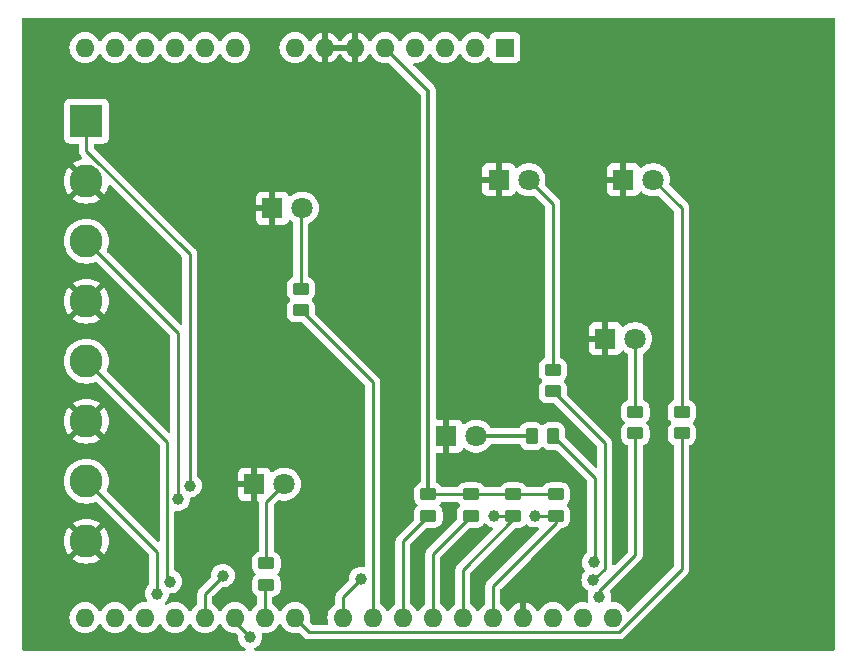
<source format=gbr>
%TF.GenerationSoftware,KiCad,Pcbnew,7.0.10*%
%TF.CreationDate,2024-04-13T12:41:34+02:00*%
%TF.ProjectId,jeopardy_pcb,6a656f70-6172-4647-995f-7063622e6b69,rev?*%
%TF.SameCoordinates,Original*%
%TF.FileFunction,Copper,L1,Top*%
%TF.FilePolarity,Positive*%
%FSLAX46Y46*%
G04 Gerber Fmt 4.6, Leading zero omitted, Abs format (unit mm)*
G04 Created by KiCad (PCBNEW 7.0.10) date 2024-04-13 12:41:34*
%MOMM*%
%LPD*%
G01*
G04 APERTURE LIST*
G04 Aperture macros list*
%AMRoundRect*
0 Rectangle with rounded corners*
0 $1 Rounding radius*
0 $2 $3 $4 $5 $6 $7 $8 $9 X,Y pos of 4 corners*
0 Add a 4 corners polygon primitive as box body*
4,1,4,$2,$3,$4,$5,$6,$7,$8,$9,$2,$3,0*
0 Add four circle primitives for the rounded corners*
1,1,$1+$1,$2,$3*
1,1,$1+$1,$4,$5*
1,1,$1+$1,$6,$7*
1,1,$1+$1,$8,$9*
0 Add four rect primitives between the rounded corners*
20,1,$1+$1,$2,$3,$4,$5,0*
20,1,$1+$1,$4,$5,$6,$7,0*
20,1,$1+$1,$6,$7,$8,$9,0*
20,1,$1+$1,$8,$9,$2,$3,0*%
G04 Aperture macros list end*
%TA.AperFunction,SMDPad,CuDef*%
%ADD10RoundRect,0.250000X0.450000X-0.262500X0.450000X0.262500X-0.450000X0.262500X-0.450000X-0.262500X0*%
%TD*%
%TA.AperFunction,ComponentPad*%
%ADD11R,1.800000X1.800000*%
%TD*%
%TA.AperFunction,ComponentPad*%
%ADD12C,1.800000*%
%TD*%
%TA.AperFunction,ComponentPad*%
%ADD13R,2.800000X2.800000*%
%TD*%
%TA.AperFunction,ComponentPad*%
%ADD14C,2.800000*%
%TD*%
%TA.AperFunction,SMDPad,CuDef*%
%ADD15RoundRect,0.250000X-0.450000X0.262500X-0.450000X-0.262500X0.450000X-0.262500X0.450000X0.262500X0*%
%TD*%
%TA.AperFunction,SMDPad,CuDef*%
%ADD16RoundRect,0.250000X0.262500X0.450000X-0.262500X0.450000X-0.262500X-0.450000X0.262500X-0.450000X0*%
%TD*%
%TA.AperFunction,ComponentPad*%
%ADD17R,1.600000X1.600000*%
%TD*%
%TA.AperFunction,ComponentPad*%
%ADD18O,1.600000X1.600000*%
%TD*%
%TA.AperFunction,ViaPad*%
%ADD19C,1.000000*%
%TD*%
%TA.AperFunction,Conductor*%
%ADD20C,0.250000*%
%TD*%
%TA.AperFunction,Conductor*%
%ADD21C,0.300000*%
%TD*%
G04 APERTURE END LIST*
D10*
%TO.P,R9,1*%
%TO.N,LED_E*%
X100711000Y-101496500D03*
%TO.P,R9,2*%
%TO.N,Net-(D5-A)*%
X100711000Y-99671500D03*
%TD*%
D11*
%TO.P,D4,1,K*%
%TO.N,GND*%
X106680000Y-83566000D03*
D12*
%TO.P,D4,2,A*%
%TO.N,Net-(D4-A)*%
X109220000Y-83566000D03*
%TD*%
D13*
%TO.P,J1,1,Pin_1*%
%TO.N,D*%
X61214000Y-78613000D03*
D14*
%TO.P,J1,2,Pin_2*%
%TO.N,GND*%
X61214000Y-83693000D03*
%TO.P,J1,3,Pin_3*%
%TO.N,C*%
X61214000Y-88773000D03*
%TO.P,J1,4,Pin_4*%
%TO.N,GND*%
X61214000Y-93853000D03*
%TO.P,J1,5,Pin_5*%
%TO.N,B*%
X61214000Y-98933000D03*
%TO.P,J1,6,Pin_6*%
%TO.N,GND*%
X61214000Y-104013000D03*
%TO.P,J1,7,Pin_7*%
%TO.N,A*%
X61214000Y-109093000D03*
%TO.P,J1,8,Pin_8*%
%TO.N,GND*%
X61214000Y-114173000D03*
%TD*%
D11*
%TO.P,D5,1,K*%
%TO.N,GND*%
X96139000Y-83566000D03*
D12*
%TO.P,D5,2,A*%
%TO.N,Net-(D5-A)*%
X98679000Y-83566000D03*
%TD*%
D15*
%TO.P,R2,1*%
%TO.N,+5V*%
X97366666Y-110212500D03*
%TO.P,R2,2*%
%TO.N,C*%
X97366666Y-112037500D03*
%TD*%
D10*
%TO.P,R7,1*%
%TO.N,LED_B*%
X107696000Y-105052500D03*
%TO.P,R7,2*%
%TO.N,Net-(D3-A)*%
X107696000Y-103227500D03*
%TD*%
D15*
%TO.P,R1,1*%
%TO.N,+5V*%
X100965000Y-110212500D03*
%TO.P,R1,2*%
%TO.N,D*%
X100965000Y-112037500D03*
%TD*%
D11*
%TO.P,D1,1,K*%
%TO.N,GND*%
X91694000Y-105283000D03*
D12*
%TO.P,D1,2,A*%
%TO.N,Net-(D1-A)*%
X94234000Y-105283000D03*
%TD*%
D10*
%TO.P,R6,1*%
%TO.N,LED_C*%
X76454000Y-117879500D03*
%TO.P,R6,2*%
%TO.N,Net-(D2-A)*%
X76454000Y-116054500D03*
%TD*%
%TO.P,R10,1*%
%TO.N,LED_F*%
X79375000Y-94638500D03*
%TO.P,R10,2*%
%TO.N,Net-(D6-A)*%
X79375000Y-92813500D03*
%TD*%
D16*
%TO.P,R5,1*%
%TO.N,LED_A*%
X100734500Y-105283000D03*
%TO.P,R5,2*%
%TO.N,Net-(D1-A)*%
X98909500Y-105283000D03*
%TD*%
D11*
%TO.P,D2,1,K*%
%TO.N,GND*%
X75438000Y-109347000D03*
D12*
%TO.P,D2,2,A*%
%TO.N,Net-(D2-A)*%
X77978000Y-109347000D03*
%TD*%
D11*
%TO.P,D3,1,K*%
%TO.N,GND*%
X105156000Y-97028000D03*
D12*
%TO.P,D3,2,A*%
%TO.N,Net-(D3-A)*%
X107696000Y-97028000D03*
%TD*%
D15*
%TO.P,R4,1*%
%TO.N,+5V*%
X90170000Y-110212500D03*
%TO.P,R4,2*%
%TO.N,A*%
X90170000Y-112037500D03*
%TD*%
%TO.P,R3,1*%
%TO.N,+5V*%
X93768333Y-110212500D03*
%TO.P,R3,2*%
%TO.N,B*%
X93768333Y-112037500D03*
%TD*%
D11*
%TO.P,D6,1,K*%
%TO.N,GND*%
X76962000Y-85979000D03*
D12*
%TO.P,D6,2,A*%
%TO.N,Net-(D6-A)*%
X79502000Y-85979000D03*
%TD*%
D10*
%TO.P,R8,1*%
%TO.N,LED_D*%
X111633000Y-105052500D03*
%TO.P,R8,2*%
%TO.N,Net-(D4-A)*%
X111633000Y-103227500D03*
%TD*%
D17*
%TO.P,A1,1,NC*%
%TO.N,unconnected-(A1-NC-Pad1)*%
X96647000Y-72390000D03*
D18*
%TO.P,A1,2,IOREF*%
%TO.N,unconnected-(A1-IOREF-Pad2)*%
X94107000Y-72390000D03*
%TO.P,A1,3,~{RESET}*%
%TO.N,unconnected-(A1-~{RESET}-Pad3)*%
X91567000Y-72390000D03*
%TO.P,A1,4,3V3*%
%TO.N,unconnected-(A1-3V3-Pad4)*%
X89027000Y-72390000D03*
%TO.P,A1,5,+5V*%
%TO.N,+5V*%
X86487000Y-72390000D03*
%TO.P,A1,6,GND*%
%TO.N,GND*%
X83947000Y-72390000D03*
%TO.P,A1,7,GND*%
X81407000Y-72390000D03*
%TO.P,A1,8,VIN*%
%TO.N,unconnected-(A1-VIN-Pad8)*%
X78867000Y-72390000D03*
%TO.P,A1,9,A0*%
%TO.N,unconnected-(A1-A0-Pad9)*%
X73787000Y-72390000D03*
%TO.P,A1,10,A1*%
%TO.N,unconnected-(A1-A1-Pad10)*%
X71247000Y-72390000D03*
%TO.P,A1,11,A2*%
%TO.N,unconnected-(A1-A2-Pad11)*%
X68707000Y-72390000D03*
%TO.P,A1,12,A3*%
%TO.N,unconnected-(A1-A3-Pad12)*%
X66167000Y-72390000D03*
%TO.P,A1,13,A4*%
%TO.N,unconnected-(A1-A4-Pad13)*%
X63627000Y-72390000D03*
%TO.P,A1,14,A5*%
%TO.N,unconnected-(A1-A5-Pad14)*%
X61087000Y-72390000D03*
%TO.P,A1,15,D0/RX*%
%TO.N,unconnected-(A1-D0{slash}RX-Pad15)*%
X61087000Y-120650000D03*
%TO.P,A1,16,D1/TX*%
%TO.N,unconnected-(A1-D1{slash}TX-Pad16)*%
X63627000Y-120650000D03*
%TO.P,A1,17,D2/SDA*%
%TO.N,unconnected-(A1-D2{slash}SDA-Pad17)*%
X66167000Y-120650000D03*
%TO.P,A1,18,D3/SCL*%
%TO.N,unconnected-(A1-D3{slash}SCL-Pad18)*%
X68707000Y-120650000D03*
%TO.P,A1,19,D4*%
%TO.N,LED_A*%
X71247000Y-120650000D03*
%TO.P,A1,20,D5*%
%TO.N,LED_B*%
X73787000Y-120650000D03*
%TO.P,A1,21,D6*%
%TO.N,LED_C*%
X76327000Y-120650000D03*
%TO.P,A1,22,D7*%
%TO.N,LED_D*%
X78867000Y-120650000D03*
%TO.P,A1,23,D8*%
%TO.N,LED_E*%
X82927000Y-120650000D03*
%TO.P,A1,24,D9*%
%TO.N,LED_F*%
X85467000Y-120650000D03*
%TO.P,A1,25,D10*%
%TO.N,A*%
X88007000Y-120650000D03*
%TO.P,A1,26,D11*%
%TO.N,B*%
X90547000Y-120650000D03*
%TO.P,A1,27,D12*%
%TO.N,C*%
X93087000Y-120650000D03*
%TO.P,A1,28,D13*%
%TO.N,D*%
X95627000Y-120650000D03*
%TO.P,A1,29,GND*%
%TO.N,GND*%
X98167000Y-120650000D03*
%TO.P,A1,30,AREF*%
%TO.N,unconnected-(A1-AREF-Pad30)*%
X100707000Y-120650000D03*
%TO.P,A1,31,SDA/D2*%
%TO.N,unconnected-(A1-SDA{slash}D2-Pad31)*%
X103247000Y-120650000D03*
%TO.P,A1,32,SCL/D3*%
%TO.N,unconnected-(A1-SCL{slash}D3-Pad32)*%
X105787000Y-120650000D03*
%TD*%
D19*
%TO.N,GND*%
X79248000Y-98044000D03*
X101727000Y-114046000D03*
X97790000Y-114046000D03*
X94107000Y-113919000D03*
X78740000Y-117602000D03*
X90297000Y-113919000D03*
%TO.N,LED_A*%
X104167000Y-115951000D03*
X72771000Y-117094000D03*
%TO.N,LED_B*%
X75057000Y-122301000D03*
X104648000Y-118872000D03*
%TO.N,LED_E*%
X104134763Y-117461036D03*
X84455000Y-117348000D03*
%TO.N,A*%
X67183000Y-118618000D03*
%TO.N,B*%
X68326000Y-117602000D03*
%TO.N,C*%
X68961000Y-110617000D03*
X95758000Y-112014000D03*
%TO.N,D*%
X69977000Y-109474000D03*
X99187000Y-112014000D03*
%TD*%
D20*
%TO.N,+5V*%
X93768333Y-110212500D02*
X97366666Y-110212500D01*
D21*
X90170000Y-76073000D02*
X86487000Y-72390000D01*
D20*
X97366666Y-110212500D02*
X100965000Y-110212500D01*
D21*
X90170000Y-110212500D02*
X90170000Y-76073000D01*
D20*
X93768333Y-110212500D02*
X90170000Y-110212500D01*
%TO.N,LED_A*%
X104267000Y-115851000D02*
X104267000Y-108815500D01*
X71247000Y-120650000D02*
X71247000Y-118618000D01*
X71247000Y-118618000D02*
X72771000Y-117094000D01*
X104167000Y-115951000D02*
X104267000Y-115851000D01*
X104267000Y-108815500D02*
X100734500Y-105283000D01*
%TO.N,LED_B*%
X104648000Y-118364000D02*
X107696000Y-115316000D01*
X107696000Y-115316000D02*
X107696000Y-105052500D01*
X73787000Y-121031000D02*
X75057000Y-122301000D01*
X73787000Y-120650000D02*
X73787000Y-121031000D01*
X104648000Y-118872000D02*
X104648000Y-118364000D01*
%TO.N,LED_C*%
X76327000Y-118006500D02*
X76454000Y-117879500D01*
X76327000Y-120650000D02*
X76327000Y-118006500D01*
%TO.N,LED_D*%
X80092000Y-121875000D02*
X106294412Y-121875000D01*
X78867000Y-120650000D02*
X80092000Y-121875000D01*
X106294412Y-121875000D02*
X111633000Y-116536412D01*
X111633000Y-116536412D02*
X111633000Y-105052500D01*
%TO.N,LED_E*%
X82927000Y-118876000D02*
X82927000Y-120650000D01*
X105092000Y-105877500D02*
X100711000Y-101496500D01*
X104134763Y-117461036D02*
X105092000Y-116503799D01*
X84455000Y-117348000D02*
X82927000Y-118876000D01*
X105092000Y-116503799D02*
X105092000Y-105877500D01*
%TO.N,LED_F*%
X85467000Y-120650000D02*
X85467000Y-100730500D01*
X85467000Y-100730500D02*
X79375000Y-94638500D01*
%TO.N,A*%
X88007000Y-114200500D02*
X90170000Y-112037500D01*
X67183000Y-118618000D02*
X67183000Y-115062000D01*
X88007000Y-120650000D02*
X88007000Y-114200500D01*
X67183000Y-115062000D02*
X61214000Y-109093000D01*
%TO.N,B*%
X68036000Y-117312000D02*
X68036000Y-105755000D01*
X90547000Y-120650000D02*
X90547000Y-115258833D01*
X68326000Y-117602000D02*
X68036000Y-117312000D01*
X90547000Y-115258833D02*
X93768333Y-112037500D01*
X68036000Y-105755000D02*
X61214000Y-98933000D01*
%TO.N,C*%
X97366666Y-112310334D02*
X97366666Y-112037500D01*
X68961000Y-110617000D02*
X68961000Y-96520000D01*
X95781500Y-112037500D02*
X95758000Y-112014000D01*
X93087000Y-116590000D02*
X97366666Y-112310334D01*
X97366666Y-112037500D02*
X95781500Y-112037500D01*
X93087000Y-120650000D02*
X93087000Y-116590000D01*
X68961000Y-96520000D02*
X61214000Y-88773000D01*
%TO.N,D*%
X69977000Y-89875060D02*
X61214000Y-81112060D01*
X99210500Y-112037500D02*
X99187000Y-112014000D01*
X95627000Y-120650000D02*
X95627000Y-117987000D01*
X69977000Y-109474000D02*
X69977000Y-89875060D01*
X95627000Y-117987000D02*
X100965000Y-112649000D01*
X61214000Y-81112060D02*
X61214000Y-78613000D01*
X100965000Y-112649000D02*
X100965000Y-112037500D01*
X100965000Y-112037500D02*
X99210500Y-112037500D01*
D21*
%TO.N,Net-(D1-A)*%
X94234000Y-105283000D02*
X98909500Y-105283000D01*
D20*
%TO.N,Net-(D2-A)*%
X76454000Y-110871000D02*
X77978000Y-109347000D01*
X76454000Y-116054500D02*
X76454000Y-110871000D01*
%TO.N,Net-(D3-A)*%
X107696000Y-103227500D02*
X107696000Y-97028000D01*
%TO.N,Net-(D4-A)*%
X111633000Y-85979000D02*
X109220000Y-83566000D01*
X111633000Y-103227500D02*
X111633000Y-85979000D01*
%TO.N,Net-(D5-A)*%
X100711000Y-99671500D02*
X100711000Y-85598000D01*
X100711000Y-85598000D02*
X98679000Y-83566000D01*
%TO.N,Net-(D6-A)*%
X79375000Y-86106000D02*
X79502000Y-85979000D01*
X79375000Y-92813500D02*
X79375000Y-86106000D01*
%TD*%
%TA.AperFunction,Conductor*%
%TO.N,GND*%
G36*
X124529539Y-69870185D02*
G01*
X124575294Y-69922989D01*
X124586500Y-69974500D01*
X124586500Y-123319500D01*
X124566815Y-123386539D01*
X124514011Y-123432294D01*
X124462500Y-123443500D01*
X75536985Y-123443500D01*
X75469946Y-123423815D01*
X75424191Y-123371011D01*
X75414247Y-123301853D01*
X75443272Y-123238297D01*
X75478532Y-123210142D01*
X75615532Y-123136913D01*
X75615538Y-123136910D01*
X75767883Y-123011883D01*
X75892910Y-122859538D01*
X75985814Y-122685727D01*
X76043024Y-122497132D01*
X76062341Y-122301000D01*
X76043024Y-122104868D01*
X76041967Y-122101386D01*
X76041950Y-122099469D01*
X76041836Y-122098893D01*
X76041945Y-122098871D01*
X76041339Y-122031522D01*
X76078584Y-121972406D01*
X76141876Y-121942811D01*
X76171427Y-121941857D01*
X76310246Y-121954002D01*
X76326999Y-121955468D01*
X76327000Y-121955468D01*
X76327002Y-121955468D01*
X76396220Y-121949412D01*
X76553692Y-121935635D01*
X76773496Y-121876739D01*
X76979734Y-121780568D01*
X77166139Y-121650047D01*
X77327047Y-121489139D01*
X77457568Y-121302734D01*
X77484618Y-121244724D01*
X77530790Y-121192285D01*
X77597983Y-121173133D01*
X77664865Y-121193348D01*
X77709381Y-121244724D01*
X77723517Y-121275038D01*
X77736429Y-121302728D01*
X77736432Y-121302734D01*
X77866954Y-121489141D01*
X78027858Y-121650045D01*
X78027861Y-121650047D01*
X78214266Y-121780568D01*
X78420504Y-121876739D01*
X78640308Y-121935635D01*
X78797780Y-121949412D01*
X78866998Y-121955468D01*
X78867000Y-121955468D01*
X78867002Y-121955468D01*
X78936220Y-121949412D01*
X79093692Y-121935635D01*
X79162048Y-121917319D01*
X79231896Y-121918980D01*
X79281822Y-121949412D01*
X79591194Y-122258784D01*
X79601019Y-122271048D01*
X79601240Y-122270866D01*
X79606210Y-122276874D01*
X79655239Y-122322915D01*
X79658036Y-122325626D01*
X79677530Y-122345120D01*
X79680695Y-122347575D01*
X79689571Y-122355156D01*
X79721418Y-122385062D01*
X79721422Y-122385064D01*
X79738973Y-122394713D01*
X79755231Y-122405392D01*
X79771064Y-122417674D01*
X79806410Y-122432968D01*
X79811155Y-122435022D01*
X79821635Y-122440155D01*
X79859908Y-122461197D01*
X79879312Y-122466179D01*
X79897710Y-122472478D01*
X79916105Y-122480438D01*
X79959254Y-122487271D01*
X79970680Y-122489638D01*
X80012981Y-122500500D01*
X80033016Y-122500500D01*
X80052413Y-122502026D01*
X80072196Y-122505160D01*
X80115675Y-122501050D01*
X80127344Y-122500500D01*
X106211669Y-122500500D01*
X106227289Y-122502224D01*
X106227316Y-122501939D01*
X106235072Y-122502671D01*
X106235079Y-122502673D01*
X106302285Y-122500561D01*
X106306180Y-122500500D01*
X106333758Y-122500500D01*
X106333762Y-122500500D01*
X106337736Y-122499997D01*
X106349375Y-122499080D01*
X106393039Y-122497709D01*
X106412281Y-122492117D01*
X106431324Y-122488174D01*
X106451204Y-122485664D01*
X106491813Y-122469585D01*
X106502856Y-122465803D01*
X106544802Y-122453618D01*
X106562041Y-122443422D01*
X106579515Y-122434862D01*
X106598139Y-122427488D01*
X106598139Y-122427487D01*
X106598144Y-122427486D01*
X106633495Y-122401800D01*
X106643226Y-122395408D01*
X106680832Y-122373170D01*
X106695001Y-122358999D01*
X106709791Y-122346368D01*
X106725999Y-122334594D01*
X106753850Y-122300926D01*
X106761691Y-122292309D01*
X112016786Y-117037214D01*
X112029048Y-117027392D01*
X112028865Y-117027171D01*
X112034868Y-117022203D01*
X112034877Y-117022198D01*
X112080934Y-116973151D01*
X112083582Y-116970418D01*
X112103120Y-116950882D01*
X112105570Y-116947722D01*
X112113154Y-116938841D01*
X112143062Y-116906994D01*
X112152714Y-116889435D01*
X112163389Y-116873184D01*
X112175674Y-116857348D01*
X112193030Y-116817237D01*
X112198161Y-116806766D01*
X112219194Y-116768510D01*
X112219194Y-116768509D01*
X112219197Y-116768504D01*
X112224180Y-116749092D01*
X112230477Y-116730703D01*
X112238438Y-116712307D01*
X112245270Y-116669160D01*
X112247639Y-116657728D01*
X112253132Y-116636336D01*
X112258500Y-116615431D01*
X112258500Y-116595395D01*
X112260027Y-116575994D01*
X112263160Y-116556216D01*
X112259050Y-116512736D01*
X112258500Y-116501067D01*
X112258500Y-106137016D01*
X112278185Y-106069977D01*
X112330989Y-106024222D01*
X112343488Y-106019313D01*
X112402334Y-105999814D01*
X112551656Y-105907712D01*
X112675712Y-105783656D01*
X112767814Y-105634334D01*
X112822999Y-105467797D01*
X112833500Y-105365009D01*
X112833499Y-104739992D01*
X112827391Y-104680203D01*
X112822999Y-104637203D01*
X112822998Y-104637200D01*
X112815360Y-104614151D01*
X112767814Y-104470666D01*
X112675712Y-104321344D01*
X112582049Y-104227681D01*
X112548564Y-104166358D01*
X112553548Y-104096666D01*
X112582049Y-104052319D01*
X112621370Y-104012998D01*
X112675712Y-103958656D01*
X112767814Y-103809334D01*
X112822999Y-103642797D01*
X112833500Y-103540009D01*
X112833499Y-102914992D01*
X112827664Y-102857875D01*
X112822999Y-102812203D01*
X112822998Y-102812200D01*
X112767814Y-102645666D01*
X112675712Y-102496344D01*
X112551656Y-102372288D01*
X112402334Y-102280186D01*
X112343493Y-102260688D01*
X112286051Y-102220916D01*
X112259228Y-102156400D01*
X112258500Y-102142983D01*
X112258500Y-86061737D01*
X112260224Y-86046123D01*
X112259938Y-86046096D01*
X112260672Y-86038333D01*
X112258561Y-85971144D01*
X112258500Y-85967250D01*
X112258500Y-85939651D01*
X112258500Y-85939650D01*
X112257997Y-85935670D01*
X112257080Y-85924021D01*
X112256591Y-85908452D01*
X112255709Y-85880373D01*
X112250121Y-85861139D01*
X112246174Y-85842081D01*
X112243664Y-85822208D01*
X112243095Y-85820771D01*
X112227583Y-85781592D01*
X112223799Y-85770539D01*
X112211618Y-85728615D01*
X112211617Y-85728610D01*
X112201420Y-85711368D01*
X112192863Y-85693902D01*
X112185486Y-85675268D01*
X112159809Y-85639926D01*
X112153412Y-85630190D01*
X112131170Y-85592579D01*
X112131167Y-85592576D01*
X112131165Y-85592573D01*
X112117005Y-85578413D01*
X112104370Y-85563620D01*
X112092593Y-85547412D01*
X112058945Y-85519576D01*
X112050304Y-85511713D01*
X110601349Y-84062758D01*
X110567864Y-84001435D01*
X110568824Y-83944636D01*
X110569490Y-83942007D01*
X110606134Y-83797305D01*
X110606446Y-83793541D01*
X110625300Y-83566006D01*
X110625300Y-83565993D01*
X110606135Y-83334702D01*
X110606133Y-83334691D01*
X110549157Y-83109699D01*
X110455924Y-82897151D01*
X110328983Y-82702852D01*
X110328980Y-82702849D01*
X110328979Y-82702847D01*
X110171784Y-82532087D01*
X110171779Y-82532083D01*
X110171777Y-82532081D01*
X109988634Y-82389535D01*
X109988628Y-82389531D01*
X109784504Y-82279064D01*
X109784495Y-82279061D01*
X109564984Y-82203702D01*
X109377404Y-82172401D01*
X109336049Y-82165500D01*
X109103951Y-82165500D01*
X109062596Y-82172401D01*
X108875015Y-82203702D01*
X108655504Y-82279061D01*
X108655495Y-82279064D01*
X108451371Y-82389531D01*
X108451365Y-82389535D01*
X108268222Y-82532081D01*
X108268215Y-82532087D01*
X108259484Y-82541572D01*
X108199595Y-82577561D01*
X108129757Y-82575458D01*
X108072143Y-82535932D01*
X108052075Y-82500918D01*
X108023355Y-82423915D01*
X108023350Y-82423906D01*
X107937190Y-82308812D01*
X107937187Y-82308809D01*
X107822093Y-82222649D01*
X107822086Y-82222645D01*
X107687379Y-82172403D01*
X107687372Y-82172401D01*
X107627844Y-82166000D01*
X106930000Y-82166000D01*
X106930000Y-83191810D01*
X106877453Y-83155984D01*
X106747827Y-83116000D01*
X106646276Y-83116000D01*
X106545862Y-83131135D01*
X106430000Y-83186931D01*
X106430000Y-82166000D01*
X105732155Y-82166000D01*
X105672627Y-82172401D01*
X105672620Y-82172403D01*
X105537913Y-82222645D01*
X105537906Y-82222649D01*
X105422812Y-82308809D01*
X105422809Y-82308812D01*
X105336649Y-82423906D01*
X105336645Y-82423913D01*
X105286403Y-82558620D01*
X105286401Y-82558627D01*
X105280000Y-82618155D01*
X105280000Y-83316000D01*
X106304722Y-83316000D01*
X106256375Y-83399740D01*
X106226190Y-83531992D01*
X106236327Y-83667265D01*
X106285887Y-83793541D01*
X106303797Y-83816000D01*
X105280000Y-83816000D01*
X105280000Y-84513844D01*
X105286401Y-84573372D01*
X105286403Y-84573379D01*
X105336645Y-84708086D01*
X105336649Y-84708093D01*
X105422809Y-84823187D01*
X105422812Y-84823190D01*
X105537906Y-84909350D01*
X105537913Y-84909354D01*
X105672620Y-84959596D01*
X105672627Y-84959598D01*
X105732155Y-84965999D01*
X105732172Y-84966000D01*
X106430000Y-84966000D01*
X106430000Y-83940189D01*
X106482547Y-83976016D01*
X106612173Y-84016000D01*
X106713724Y-84016000D01*
X106814138Y-84000865D01*
X106930000Y-83945068D01*
X106930000Y-84966000D01*
X107627828Y-84966000D01*
X107627844Y-84965999D01*
X107687372Y-84959598D01*
X107687379Y-84959596D01*
X107822086Y-84909354D01*
X107822093Y-84909350D01*
X107937187Y-84823190D01*
X107937190Y-84823187D01*
X108023350Y-84708093D01*
X108023355Y-84708084D01*
X108052075Y-84631081D01*
X108093945Y-84575147D01*
X108159409Y-84550729D01*
X108227682Y-84565580D01*
X108259484Y-84590428D01*
X108268216Y-84599913D01*
X108268219Y-84599915D01*
X108268222Y-84599918D01*
X108451365Y-84742464D01*
X108451371Y-84742468D01*
X108451374Y-84742470D01*
X108655497Y-84852936D01*
X108769487Y-84892068D01*
X108875015Y-84928297D01*
X108875017Y-84928297D01*
X108875019Y-84928298D01*
X109103951Y-84966500D01*
X109103952Y-84966500D01*
X109336048Y-84966500D01*
X109336049Y-84966500D01*
X109564981Y-84928298D01*
X109590576Y-84919510D01*
X109660371Y-84916359D01*
X109718520Y-84949110D01*
X110971181Y-86201771D01*
X111004666Y-86263094D01*
X111007500Y-86289452D01*
X111007500Y-102142983D01*
X110987815Y-102210022D01*
X110935011Y-102255777D01*
X110922510Y-102260686D01*
X110863666Y-102280186D01*
X110863663Y-102280187D01*
X110714342Y-102372289D01*
X110590289Y-102496342D01*
X110498187Y-102645663D01*
X110498186Y-102645666D01*
X110443001Y-102812203D01*
X110443001Y-102812204D01*
X110443000Y-102812204D01*
X110432500Y-102914983D01*
X110432500Y-103540001D01*
X110432501Y-103540019D01*
X110443000Y-103642796D01*
X110443001Y-103642799D01*
X110481507Y-103759000D01*
X110498186Y-103809334D01*
X110578564Y-103939649D01*
X110590289Y-103958657D01*
X110683951Y-104052319D01*
X110717436Y-104113642D01*
X110712452Y-104183334D01*
X110683951Y-104227681D01*
X110590289Y-104321342D01*
X110498187Y-104470663D01*
X110498185Y-104470668D01*
X110472724Y-104547506D01*
X110443001Y-104637203D01*
X110443001Y-104637204D01*
X110443000Y-104637204D01*
X110432500Y-104739983D01*
X110432500Y-105365001D01*
X110432501Y-105365019D01*
X110443000Y-105467796D01*
X110443001Y-105467799D01*
X110498185Y-105634331D01*
X110498187Y-105634336D01*
X110533069Y-105690888D01*
X110590288Y-105783656D01*
X110714344Y-105907712D01*
X110863666Y-105999814D01*
X110863668Y-105999815D01*
X110882301Y-106005989D01*
X110922502Y-106019310D01*
X110979947Y-106059081D01*
X111006772Y-106123596D01*
X111007500Y-106137016D01*
X111007500Y-116225958D01*
X110987815Y-116292997D01*
X110971181Y-116313639D01*
X107160450Y-120124369D01*
X107099127Y-120157854D01*
X107029435Y-120152870D01*
X106973502Y-120110998D01*
X106960387Y-120089092D01*
X106917685Y-119997518D01*
X106917568Y-119997266D01*
X106787047Y-119810861D01*
X106787045Y-119810858D01*
X106626141Y-119649954D01*
X106439734Y-119519432D01*
X106439732Y-119519431D01*
X106233497Y-119423261D01*
X106233488Y-119423258D01*
X106013697Y-119364366D01*
X106013693Y-119364365D01*
X106013692Y-119364365D01*
X106013691Y-119364364D01*
X106013686Y-119364364D01*
X105787002Y-119344532D01*
X105786998Y-119344532D01*
X105726429Y-119349831D01*
X105657929Y-119336064D01*
X105607746Y-119287449D01*
X105591813Y-119219420D01*
X105596962Y-119190307D01*
X105634024Y-119068132D01*
X105653341Y-118872000D01*
X105634024Y-118675868D01*
X105576814Y-118487273D01*
X105561821Y-118459223D01*
X105547579Y-118390825D01*
X105572577Y-118325580D01*
X105583490Y-118313098D01*
X108079788Y-115816801D01*
X108092042Y-115806986D01*
X108091859Y-115806764D01*
X108097868Y-115801791D01*
X108097877Y-115801786D01*
X108143949Y-115752722D01*
X108146566Y-115750023D01*
X108166120Y-115730471D01*
X108168576Y-115727303D01*
X108176156Y-115718427D01*
X108206062Y-115686582D01*
X108215715Y-115669020D01*
X108226389Y-115652770D01*
X108238673Y-115636936D01*
X108256019Y-115596850D01*
X108261157Y-115586362D01*
X108270546Y-115569285D01*
X108282197Y-115548092D01*
X108287177Y-115528691D01*
X108293478Y-115510288D01*
X108301438Y-115491896D01*
X108308272Y-115448741D01*
X108310635Y-115437331D01*
X108321500Y-115395019D01*
X108321500Y-115374983D01*
X108323027Y-115355582D01*
X108326160Y-115335804D01*
X108322050Y-115292324D01*
X108321500Y-115280655D01*
X108321500Y-106137016D01*
X108341185Y-106069977D01*
X108393989Y-106024222D01*
X108406488Y-106019313D01*
X108465334Y-105999814D01*
X108614656Y-105907712D01*
X108738712Y-105783656D01*
X108830814Y-105634334D01*
X108885999Y-105467797D01*
X108896500Y-105365009D01*
X108896499Y-104739992D01*
X108890391Y-104680203D01*
X108885999Y-104637203D01*
X108885998Y-104637200D01*
X108878360Y-104614151D01*
X108830814Y-104470666D01*
X108738712Y-104321344D01*
X108645049Y-104227681D01*
X108611564Y-104166358D01*
X108616548Y-104096666D01*
X108645049Y-104052319D01*
X108684370Y-104012998D01*
X108738712Y-103958656D01*
X108830814Y-103809334D01*
X108885999Y-103642797D01*
X108896500Y-103540009D01*
X108896499Y-102914992D01*
X108890664Y-102857875D01*
X108885999Y-102812203D01*
X108885998Y-102812200D01*
X108830814Y-102645666D01*
X108738712Y-102496344D01*
X108614656Y-102372288D01*
X108465334Y-102280186D01*
X108406493Y-102260688D01*
X108349051Y-102220916D01*
X108322228Y-102156400D01*
X108321500Y-102142983D01*
X108321500Y-98355814D01*
X108341185Y-98288775D01*
X108386483Y-98246759D01*
X108395200Y-98242041D01*
X108464626Y-98204470D01*
X108647784Y-98061913D01*
X108804979Y-97891153D01*
X108931924Y-97696849D01*
X109025157Y-97484300D01*
X109082134Y-97259305D01*
X109087062Y-97199830D01*
X109101300Y-97028006D01*
X109101300Y-97027993D01*
X109082135Y-96796702D01*
X109082133Y-96796691D01*
X109025157Y-96571699D01*
X108931924Y-96359151D01*
X108804983Y-96164852D01*
X108804980Y-96164849D01*
X108804979Y-96164847D01*
X108647784Y-95994087D01*
X108647779Y-95994083D01*
X108647777Y-95994081D01*
X108464634Y-95851535D01*
X108464628Y-95851531D01*
X108260504Y-95741064D01*
X108260495Y-95741061D01*
X108040984Y-95665702D01*
X107853404Y-95634401D01*
X107812049Y-95627500D01*
X107579951Y-95627500D01*
X107538596Y-95634401D01*
X107351015Y-95665702D01*
X107131504Y-95741061D01*
X107131495Y-95741064D01*
X106927371Y-95851531D01*
X106927365Y-95851535D01*
X106744222Y-95994081D01*
X106744215Y-95994087D01*
X106735484Y-96003572D01*
X106675595Y-96039561D01*
X106605757Y-96037458D01*
X106548143Y-95997932D01*
X106528075Y-95962918D01*
X106499355Y-95885915D01*
X106499350Y-95885906D01*
X106413190Y-95770812D01*
X106413187Y-95770809D01*
X106298093Y-95684649D01*
X106298086Y-95684645D01*
X106163379Y-95634403D01*
X106163372Y-95634401D01*
X106103844Y-95628000D01*
X105406000Y-95628000D01*
X105406000Y-96653810D01*
X105353453Y-96617984D01*
X105223827Y-96578000D01*
X105122276Y-96578000D01*
X105021862Y-96593135D01*
X104906000Y-96648931D01*
X104906000Y-95628000D01*
X104208155Y-95628000D01*
X104148627Y-95634401D01*
X104148620Y-95634403D01*
X104013913Y-95684645D01*
X104013906Y-95684649D01*
X103898812Y-95770809D01*
X103898809Y-95770812D01*
X103812649Y-95885906D01*
X103812645Y-95885913D01*
X103762403Y-96020620D01*
X103762401Y-96020627D01*
X103756000Y-96080155D01*
X103756000Y-96778000D01*
X104780722Y-96778000D01*
X104732375Y-96861740D01*
X104702190Y-96993992D01*
X104712327Y-97129265D01*
X104761887Y-97255541D01*
X104779797Y-97278000D01*
X103756000Y-97278000D01*
X103756000Y-97975844D01*
X103762401Y-98035372D01*
X103762403Y-98035379D01*
X103812645Y-98170086D01*
X103812649Y-98170093D01*
X103898809Y-98285187D01*
X103898812Y-98285190D01*
X104013906Y-98371350D01*
X104013913Y-98371354D01*
X104148620Y-98421596D01*
X104148627Y-98421598D01*
X104208155Y-98427999D01*
X104208172Y-98428000D01*
X104906000Y-98428000D01*
X104906000Y-97402189D01*
X104958547Y-97438016D01*
X105088173Y-97478000D01*
X105189724Y-97478000D01*
X105290138Y-97462865D01*
X105406000Y-97407068D01*
X105406000Y-98428000D01*
X106103828Y-98428000D01*
X106103844Y-98427999D01*
X106163372Y-98421598D01*
X106163379Y-98421596D01*
X106298086Y-98371354D01*
X106298093Y-98371350D01*
X106413187Y-98285190D01*
X106413190Y-98285187D01*
X106499350Y-98170093D01*
X106499355Y-98170084D01*
X106528075Y-98093081D01*
X106569945Y-98037147D01*
X106635409Y-98012729D01*
X106703682Y-98027580D01*
X106735484Y-98052428D01*
X106744216Y-98061913D01*
X106744219Y-98061915D01*
X106744222Y-98061918D01*
X106927365Y-98204464D01*
X106927376Y-98204471D01*
X107005517Y-98246759D01*
X107055108Y-98295978D01*
X107070500Y-98355814D01*
X107070500Y-102142983D01*
X107050815Y-102210022D01*
X106998011Y-102255777D01*
X106985510Y-102260686D01*
X106926666Y-102280186D01*
X106926663Y-102280187D01*
X106777342Y-102372289D01*
X106653289Y-102496342D01*
X106561187Y-102645663D01*
X106561186Y-102645666D01*
X106506001Y-102812203D01*
X106506001Y-102812204D01*
X106506000Y-102812204D01*
X106495500Y-102914983D01*
X106495500Y-103540001D01*
X106495501Y-103540019D01*
X106506000Y-103642796D01*
X106506001Y-103642799D01*
X106544507Y-103759000D01*
X106561186Y-103809334D01*
X106641564Y-103939649D01*
X106653289Y-103958657D01*
X106746951Y-104052319D01*
X106780436Y-104113642D01*
X106775452Y-104183334D01*
X106746951Y-104227681D01*
X106653289Y-104321342D01*
X106561187Y-104470663D01*
X106561185Y-104470668D01*
X106535724Y-104547506D01*
X106506001Y-104637203D01*
X106506001Y-104637204D01*
X106506000Y-104637204D01*
X106495500Y-104739983D01*
X106495500Y-105365001D01*
X106495501Y-105365019D01*
X106506000Y-105467796D01*
X106506001Y-105467799D01*
X106561185Y-105634331D01*
X106561187Y-105634336D01*
X106596069Y-105690888D01*
X106653288Y-105783656D01*
X106777344Y-105907712D01*
X106926666Y-105999814D01*
X106926668Y-105999815D01*
X106945301Y-106005989D01*
X106985502Y-106019310D01*
X107042947Y-106059081D01*
X107069772Y-106123596D01*
X107070500Y-106137016D01*
X107070500Y-115005547D01*
X107050815Y-115072586D01*
X107034181Y-115093228D01*
X105929181Y-116198228D01*
X105867858Y-116231713D01*
X105798166Y-116226729D01*
X105742233Y-116184857D01*
X105717816Y-116119393D01*
X105717500Y-116110547D01*
X105717500Y-105960242D01*
X105719224Y-105944622D01*
X105718939Y-105944595D01*
X105719673Y-105936833D01*
X105717561Y-105869612D01*
X105717500Y-105865718D01*
X105717500Y-105838156D01*
X105717500Y-105838150D01*
X105716996Y-105834168D01*
X105716081Y-105822529D01*
X105714710Y-105778873D01*
X105709119Y-105759630D01*
X105705173Y-105740578D01*
X105702664Y-105720708D01*
X105686579Y-105680083D01*
X105682806Y-105669062D01*
X105670618Y-105627110D01*
X105670617Y-105627109D01*
X105670617Y-105627107D01*
X105670616Y-105627106D01*
X105660423Y-105609871D01*
X105651861Y-105592394D01*
X105644487Y-105573769D01*
X105618816Y-105538437D01*
X105612405Y-105528677D01*
X105590170Y-105491080D01*
X105590168Y-105491078D01*
X105590165Y-105491074D01*
X105576006Y-105476915D01*
X105563368Y-105462119D01*
X105551594Y-105445913D01*
X105517940Y-105418072D01*
X105509299Y-105410209D01*
X101947818Y-101848728D01*
X101914333Y-101787405D01*
X101911499Y-101761055D01*
X101911499Y-101183992D01*
X101900999Y-101081203D01*
X101845814Y-100914666D01*
X101753712Y-100765344D01*
X101660049Y-100671681D01*
X101626564Y-100610358D01*
X101631548Y-100540666D01*
X101660049Y-100496319D01*
X101701901Y-100454467D01*
X101753712Y-100402656D01*
X101845814Y-100253334D01*
X101900999Y-100086797D01*
X101911500Y-99984009D01*
X101911499Y-99358992D01*
X101900999Y-99256203D01*
X101845814Y-99089666D01*
X101753712Y-98940344D01*
X101629656Y-98816288D01*
X101480334Y-98724186D01*
X101421493Y-98704688D01*
X101364051Y-98664916D01*
X101337228Y-98600400D01*
X101336500Y-98586983D01*
X101336500Y-85680742D01*
X101338224Y-85665122D01*
X101337939Y-85665096D01*
X101338671Y-85657340D01*
X101338673Y-85657333D01*
X101336561Y-85590126D01*
X101336500Y-85586231D01*
X101336500Y-85558654D01*
X101336500Y-85558650D01*
X101335996Y-85554665D01*
X101335080Y-85543021D01*
X101333709Y-85499373D01*
X101328122Y-85480144D01*
X101324174Y-85461084D01*
X101321663Y-85441204D01*
X101305588Y-85400604D01*
X101301804Y-85389552D01*
X101289618Y-85347609D01*
X101289616Y-85347606D01*
X101279423Y-85330371D01*
X101270861Y-85312894D01*
X101263487Y-85294269D01*
X101237816Y-85258937D01*
X101231405Y-85249177D01*
X101209170Y-85211580D01*
X101209168Y-85211578D01*
X101209165Y-85211574D01*
X101195006Y-85197415D01*
X101182368Y-85182619D01*
X101170594Y-85166413D01*
X101136940Y-85138572D01*
X101128299Y-85130709D01*
X100060347Y-84062757D01*
X100026862Y-84001434D01*
X100027822Y-83944638D01*
X100065134Y-83797305D01*
X100065446Y-83793541D01*
X100084300Y-83566006D01*
X100084300Y-83565993D01*
X100065135Y-83334702D01*
X100065133Y-83334691D01*
X100008157Y-83109699D01*
X99914924Y-82897151D01*
X99787983Y-82702852D01*
X99787980Y-82702849D01*
X99787979Y-82702847D01*
X99630784Y-82532087D01*
X99630779Y-82532083D01*
X99630777Y-82532081D01*
X99447634Y-82389535D01*
X99447628Y-82389531D01*
X99243504Y-82279064D01*
X99243495Y-82279061D01*
X99023984Y-82203702D01*
X98836404Y-82172401D01*
X98795049Y-82165500D01*
X98562951Y-82165500D01*
X98521596Y-82172401D01*
X98334015Y-82203702D01*
X98114504Y-82279061D01*
X98114495Y-82279064D01*
X97910371Y-82389531D01*
X97910365Y-82389535D01*
X97727222Y-82532081D01*
X97727215Y-82532087D01*
X97718484Y-82541572D01*
X97658595Y-82577561D01*
X97588757Y-82575458D01*
X97531143Y-82535932D01*
X97511075Y-82500918D01*
X97482355Y-82423915D01*
X97482350Y-82423906D01*
X97396190Y-82308812D01*
X97396187Y-82308809D01*
X97281093Y-82222649D01*
X97281086Y-82222645D01*
X97146379Y-82172403D01*
X97146372Y-82172401D01*
X97086844Y-82166000D01*
X96389000Y-82166000D01*
X96389000Y-83191810D01*
X96336453Y-83155984D01*
X96206827Y-83116000D01*
X96105276Y-83116000D01*
X96004862Y-83131135D01*
X95889000Y-83186931D01*
X95889000Y-82166000D01*
X95191155Y-82166000D01*
X95131627Y-82172401D01*
X95131620Y-82172403D01*
X94996913Y-82222645D01*
X94996906Y-82222649D01*
X94881812Y-82308809D01*
X94881809Y-82308812D01*
X94795649Y-82423906D01*
X94795645Y-82423913D01*
X94745403Y-82558620D01*
X94745401Y-82558627D01*
X94739000Y-82618155D01*
X94739000Y-83316000D01*
X95763722Y-83316000D01*
X95715375Y-83399740D01*
X95685190Y-83531992D01*
X95695327Y-83667265D01*
X95744887Y-83793541D01*
X95762797Y-83816000D01*
X94739000Y-83816000D01*
X94739000Y-84513844D01*
X94745401Y-84573372D01*
X94745403Y-84573379D01*
X94795645Y-84708086D01*
X94795649Y-84708093D01*
X94881809Y-84823187D01*
X94881812Y-84823190D01*
X94996906Y-84909350D01*
X94996913Y-84909354D01*
X95131620Y-84959596D01*
X95131627Y-84959598D01*
X95191155Y-84965999D01*
X95191172Y-84966000D01*
X95889000Y-84966000D01*
X95889000Y-83940189D01*
X95941547Y-83976016D01*
X96071173Y-84016000D01*
X96172724Y-84016000D01*
X96273138Y-84000865D01*
X96389000Y-83945068D01*
X96389000Y-84966000D01*
X97086828Y-84966000D01*
X97086844Y-84965999D01*
X97146372Y-84959598D01*
X97146379Y-84959596D01*
X97281086Y-84909354D01*
X97281093Y-84909350D01*
X97396187Y-84823190D01*
X97396190Y-84823187D01*
X97482350Y-84708093D01*
X97482355Y-84708084D01*
X97511075Y-84631081D01*
X97552945Y-84575147D01*
X97618409Y-84550729D01*
X97686682Y-84565580D01*
X97718484Y-84590428D01*
X97727216Y-84599913D01*
X97727219Y-84599915D01*
X97727222Y-84599918D01*
X97910365Y-84742464D01*
X97910371Y-84742468D01*
X97910374Y-84742470D01*
X98114497Y-84852936D01*
X98228487Y-84892068D01*
X98334015Y-84928297D01*
X98334017Y-84928297D01*
X98334019Y-84928298D01*
X98562951Y-84966500D01*
X98562952Y-84966500D01*
X98795048Y-84966500D01*
X98795049Y-84966500D01*
X99023981Y-84928298D01*
X99049576Y-84919510D01*
X99119371Y-84916359D01*
X99177520Y-84949110D01*
X100049181Y-85820771D01*
X100082666Y-85882094D01*
X100085500Y-85908452D01*
X100085500Y-98586983D01*
X100065815Y-98654022D01*
X100013011Y-98699777D01*
X100000510Y-98704686D01*
X99941666Y-98724186D01*
X99941663Y-98724187D01*
X99792342Y-98816289D01*
X99668289Y-98940342D01*
X99576187Y-99089663D01*
X99576186Y-99089666D01*
X99521001Y-99256203D01*
X99521001Y-99256204D01*
X99521000Y-99256204D01*
X99510500Y-99358983D01*
X99510500Y-99984001D01*
X99510501Y-99984019D01*
X99521000Y-100086796D01*
X99521001Y-100086799D01*
X99576185Y-100253331D01*
X99576186Y-100253334D01*
X99649978Y-100372971D01*
X99668289Y-100402657D01*
X99761951Y-100496319D01*
X99795436Y-100557642D01*
X99790452Y-100627334D01*
X99761951Y-100671681D01*
X99668289Y-100765342D01*
X99576187Y-100914663D01*
X99576185Y-100914668D01*
X99551359Y-100989590D01*
X99521001Y-101081203D01*
X99521001Y-101081204D01*
X99521000Y-101081204D01*
X99510500Y-101183983D01*
X99510500Y-101809001D01*
X99510501Y-101809019D01*
X99521000Y-101911796D01*
X99521001Y-101911799D01*
X99576185Y-102078331D01*
X99576186Y-102078334D01*
X99668288Y-102227656D01*
X99792344Y-102351712D01*
X99941666Y-102443814D01*
X100108203Y-102498999D01*
X100210991Y-102509500D01*
X100788047Y-102509499D01*
X100855086Y-102529183D01*
X100875728Y-102545818D01*
X104430181Y-106100271D01*
X104463666Y-106161594D01*
X104466500Y-106187952D01*
X104466500Y-107831047D01*
X104446815Y-107898086D01*
X104394011Y-107943841D01*
X104324853Y-107953785D01*
X104261297Y-107924760D01*
X104254819Y-107918728D01*
X101783818Y-105447727D01*
X101750333Y-105386404D01*
X101747499Y-105360046D01*
X101747499Y-104782998D01*
X101747498Y-104782981D01*
X101736999Y-104680203D01*
X101736998Y-104680200D01*
X101727651Y-104651992D01*
X101681814Y-104513666D01*
X101589712Y-104364344D01*
X101465656Y-104240288D01*
X101316334Y-104148186D01*
X101149797Y-104093001D01*
X101149795Y-104093000D01*
X101047010Y-104082500D01*
X100421998Y-104082500D01*
X100421980Y-104082501D01*
X100319203Y-104093000D01*
X100319200Y-104093001D01*
X100152668Y-104148185D01*
X100152663Y-104148187D01*
X100003342Y-104240289D01*
X99909681Y-104333951D01*
X99848358Y-104367436D01*
X99778666Y-104362452D01*
X99734319Y-104333951D01*
X99640657Y-104240289D01*
X99640656Y-104240288D01*
X99491334Y-104148186D01*
X99324797Y-104093001D01*
X99324795Y-104093000D01*
X99222010Y-104082500D01*
X98596998Y-104082500D01*
X98596980Y-104082501D01*
X98494203Y-104093000D01*
X98494200Y-104093001D01*
X98327668Y-104148185D01*
X98327663Y-104148187D01*
X98178342Y-104240289D01*
X98054289Y-104364342D01*
X97962187Y-104513663D01*
X97962184Y-104513671D01*
X97950972Y-104547506D01*
X97911199Y-104604950D01*
X97846683Y-104631772D01*
X97833267Y-104632500D01*
X95549017Y-104632500D01*
X95481978Y-104612815D01*
X95445208Y-104576321D01*
X95426382Y-104547506D01*
X95346525Y-104425274D01*
X95342983Y-104419852D01*
X95342980Y-104419849D01*
X95342979Y-104419847D01*
X95185784Y-104249087D01*
X95185779Y-104249083D01*
X95185777Y-104249081D01*
X95002634Y-104106535D01*
X95002628Y-104106531D01*
X94798504Y-103996064D01*
X94798495Y-103996061D01*
X94578984Y-103920702D01*
X94391404Y-103889401D01*
X94350049Y-103882500D01*
X94117951Y-103882500D01*
X94076596Y-103889401D01*
X93889015Y-103920702D01*
X93669504Y-103996061D01*
X93669495Y-103996064D01*
X93465371Y-104106531D01*
X93465365Y-104106535D01*
X93282222Y-104249081D01*
X93282215Y-104249087D01*
X93273484Y-104258572D01*
X93213595Y-104294561D01*
X93143757Y-104292458D01*
X93086143Y-104252932D01*
X93066075Y-104217918D01*
X93037355Y-104140915D01*
X93037350Y-104140906D01*
X92951190Y-104025812D01*
X92951187Y-104025809D01*
X92836093Y-103939649D01*
X92836086Y-103939645D01*
X92701379Y-103889403D01*
X92701372Y-103889401D01*
X92641844Y-103883000D01*
X91944000Y-103883000D01*
X91944000Y-104908810D01*
X91891453Y-104872984D01*
X91761827Y-104833000D01*
X91660276Y-104833000D01*
X91559862Y-104848135D01*
X91444000Y-104903931D01*
X91444000Y-103883000D01*
X90944500Y-103883000D01*
X90877461Y-103863315D01*
X90831706Y-103810511D01*
X90820500Y-103759000D01*
X90820500Y-76158503D01*
X90822268Y-76142491D01*
X90822026Y-76142469D01*
X90822760Y-76134706D01*
X90820561Y-76064722D01*
X90820500Y-76060828D01*
X90820500Y-76032078D01*
X90820499Y-76032071D01*
X90819950Y-76027725D01*
X90819031Y-76016062D01*
X90817598Y-75970431D01*
X90811676Y-75950050D01*
X90807731Y-75930995D01*
X90805072Y-75909949D01*
X90805071Y-75909947D01*
X90805071Y-75909942D01*
X90788267Y-75867501D01*
X90784484Y-75856452D01*
X90771745Y-75812602D01*
X90771142Y-75811583D01*
X90760936Y-75794324D01*
X90752378Y-75776855D01*
X90744568Y-75757129D01*
X90717721Y-75720179D01*
X90711331Y-75710449D01*
X90688081Y-75671135D01*
X90673075Y-75656129D01*
X90660435Y-75641330D01*
X90647961Y-75624160D01*
X90612780Y-75595056D01*
X90604140Y-75587194D01*
X88923154Y-73906208D01*
X88889669Y-73844885D01*
X88894653Y-73775193D01*
X88936525Y-73719260D01*
X89001989Y-73694843D01*
X89021638Y-73694998D01*
X89027000Y-73695468D01*
X89253692Y-73675635D01*
X89473496Y-73616739D01*
X89679734Y-73520568D01*
X89866139Y-73390047D01*
X90027047Y-73229139D01*
X90157568Y-73042734D01*
X90184618Y-72984724D01*
X90230790Y-72932285D01*
X90297983Y-72913133D01*
X90364865Y-72933348D01*
X90409382Y-72984725D01*
X90436429Y-73042728D01*
X90436432Y-73042734D01*
X90566954Y-73229141D01*
X90727858Y-73390045D01*
X90727861Y-73390047D01*
X90914266Y-73520568D01*
X91120504Y-73616739D01*
X91340308Y-73675635D01*
X91502230Y-73689801D01*
X91566998Y-73695468D01*
X91567000Y-73695468D01*
X91567002Y-73695468D01*
X91623807Y-73690498D01*
X91793692Y-73675635D01*
X92013496Y-73616739D01*
X92219734Y-73520568D01*
X92406139Y-73390047D01*
X92567047Y-73229139D01*
X92697568Y-73042734D01*
X92724618Y-72984724D01*
X92770790Y-72932285D01*
X92837983Y-72913133D01*
X92904865Y-72933348D01*
X92949382Y-72984725D01*
X92976429Y-73042728D01*
X92976432Y-73042734D01*
X93106954Y-73229141D01*
X93267858Y-73390045D01*
X93267861Y-73390047D01*
X93454266Y-73520568D01*
X93660504Y-73616739D01*
X93880308Y-73675635D01*
X94042230Y-73689801D01*
X94106998Y-73695468D01*
X94107000Y-73695468D01*
X94107002Y-73695468D01*
X94163807Y-73690498D01*
X94333692Y-73675635D01*
X94553496Y-73616739D01*
X94759734Y-73520568D01*
X94946139Y-73390047D01*
X95107047Y-73229139D01*
X95124272Y-73204539D01*
X95178848Y-73160913D01*
X95248346Y-73153718D01*
X95310701Y-73185239D01*
X95346116Y-73245468D01*
X95349138Y-73262406D01*
X95352908Y-73297483D01*
X95403202Y-73432328D01*
X95403206Y-73432335D01*
X95489452Y-73547544D01*
X95489455Y-73547547D01*
X95604664Y-73633793D01*
X95604671Y-73633797D01*
X95739517Y-73684091D01*
X95739516Y-73684091D01*
X95746444Y-73684835D01*
X95799127Y-73690500D01*
X97494872Y-73690499D01*
X97554483Y-73684091D01*
X97689331Y-73633796D01*
X97804546Y-73547546D01*
X97890796Y-73432331D01*
X97941091Y-73297483D01*
X97947500Y-73237873D01*
X97947499Y-71542128D01*
X97941091Y-71482517D01*
X97906567Y-71389954D01*
X97890797Y-71347671D01*
X97890793Y-71347664D01*
X97804547Y-71232455D01*
X97804544Y-71232452D01*
X97689335Y-71146206D01*
X97689328Y-71146202D01*
X97554482Y-71095908D01*
X97554483Y-71095908D01*
X97494883Y-71089501D01*
X97494881Y-71089500D01*
X97494873Y-71089500D01*
X97494864Y-71089500D01*
X95799129Y-71089500D01*
X95799123Y-71089501D01*
X95739516Y-71095908D01*
X95604671Y-71146202D01*
X95604664Y-71146206D01*
X95489455Y-71232452D01*
X95489452Y-71232455D01*
X95403206Y-71347664D01*
X95403202Y-71347671D01*
X95352908Y-71482516D01*
X95349137Y-71517596D01*
X95322398Y-71582146D01*
X95265006Y-71621994D01*
X95195180Y-71624487D01*
X95135092Y-71588834D01*
X95124273Y-71575462D01*
X95107045Y-71550858D01*
X94946141Y-71389954D01*
X94759734Y-71259432D01*
X94759732Y-71259431D01*
X94553497Y-71163261D01*
X94553488Y-71163258D01*
X94333697Y-71104366D01*
X94333693Y-71104365D01*
X94333692Y-71104365D01*
X94333691Y-71104364D01*
X94333686Y-71104364D01*
X94107002Y-71084532D01*
X94106998Y-71084532D01*
X93880313Y-71104364D01*
X93880302Y-71104366D01*
X93660511Y-71163258D01*
X93660502Y-71163261D01*
X93454267Y-71259431D01*
X93454265Y-71259432D01*
X93267858Y-71389954D01*
X93106954Y-71550858D01*
X92976432Y-71737265D01*
X92976431Y-71737267D01*
X92949382Y-71795275D01*
X92903209Y-71847714D01*
X92836016Y-71866866D01*
X92769135Y-71846650D01*
X92724618Y-71795275D01*
X92697686Y-71737520D01*
X92697568Y-71737266D01*
X92567047Y-71550861D01*
X92567045Y-71550858D01*
X92406141Y-71389954D01*
X92219734Y-71259432D01*
X92219732Y-71259431D01*
X92013497Y-71163261D01*
X92013488Y-71163258D01*
X91793697Y-71104366D01*
X91793693Y-71104365D01*
X91793692Y-71104365D01*
X91793691Y-71104364D01*
X91793686Y-71104364D01*
X91567002Y-71084532D01*
X91566998Y-71084532D01*
X91340313Y-71104364D01*
X91340302Y-71104366D01*
X91120511Y-71163258D01*
X91120502Y-71163261D01*
X90914267Y-71259431D01*
X90914265Y-71259432D01*
X90727858Y-71389954D01*
X90566954Y-71550858D01*
X90436432Y-71737265D01*
X90436431Y-71737267D01*
X90409382Y-71795275D01*
X90363209Y-71847714D01*
X90296016Y-71866866D01*
X90229135Y-71846650D01*
X90184618Y-71795275D01*
X90157686Y-71737520D01*
X90157568Y-71737266D01*
X90027047Y-71550861D01*
X90027045Y-71550858D01*
X89866141Y-71389954D01*
X89679734Y-71259432D01*
X89679732Y-71259431D01*
X89473497Y-71163261D01*
X89473488Y-71163258D01*
X89253697Y-71104366D01*
X89253693Y-71104365D01*
X89253692Y-71104365D01*
X89253691Y-71104364D01*
X89253686Y-71104364D01*
X89027002Y-71084532D01*
X89026998Y-71084532D01*
X88800313Y-71104364D01*
X88800302Y-71104366D01*
X88580511Y-71163258D01*
X88580502Y-71163261D01*
X88374267Y-71259431D01*
X88374265Y-71259432D01*
X88187858Y-71389954D01*
X88026954Y-71550858D01*
X87896432Y-71737265D01*
X87896431Y-71737267D01*
X87869382Y-71795275D01*
X87823209Y-71847714D01*
X87756016Y-71866866D01*
X87689135Y-71846650D01*
X87644618Y-71795275D01*
X87617686Y-71737520D01*
X87617568Y-71737266D01*
X87487047Y-71550861D01*
X87487045Y-71550858D01*
X87326141Y-71389954D01*
X87139734Y-71259432D01*
X87139732Y-71259431D01*
X86933497Y-71163261D01*
X86933488Y-71163258D01*
X86713697Y-71104366D01*
X86713693Y-71104365D01*
X86713692Y-71104365D01*
X86713691Y-71104364D01*
X86713686Y-71104364D01*
X86487002Y-71084532D01*
X86486998Y-71084532D01*
X86260313Y-71104364D01*
X86260302Y-71104366D01*
X86040511Y-71163258D01*
X86040502Y-71163261D01*
X85834267Y-71259431D01*
X85834265Y-71259432D01*
X85647858Y-71389954D01*
X85486954Y-71550858D01*
X85356433Y-71737264D01*
X85356432Y-71737266D01*
X85356315Y-71737518D01*
X85329106Y-71795867D01*
X85282933Y-71848306D01*
X85215739Y-71867457D01*
X85148858Y-71847241D01*
X85104342Y-71795865D01*
X85077135Y-71737520D01*
X85077134Y-71737518D01*
X84946657Y-71551179D01*
X84785820Y-71390342D01*
X84599482Y-71259865D01*
X84393328Y-71163734D01*
X84197000Y-71111127D01*
X84197000Y-71954498D01*
X84089315Y-71905320D01*
X83982763Y-71890000D01*
X83911237Y-71890000D01*
X83804685Y-71905320D01*
X83697000Y-71954498D01*
X83697000Y-71111127D01*
X83500671Y-71163734D01*
X83294517Y-71259865D01*
X83108179Y-71390342D01*
X82947342Y-71551179D01*
X82816865Y-71737517D01*
X82789382Y-71796457D01*
X82743210Y-71848896D01*
X82676016Y-71868048D01*
X82609135Y-71847832D01*
X82564618Y-71796457D01*
X82537134Y-71737517D01*
X82406657Y-71551179D01*
X82245820Y-71390342D01*
X82059482Y-71259865D01*
X81853328Y-71163734D01*
X81657000Y-71111127D01*
X81657000Y-71954498D01*
X81549315Y-71905320D01*
X81442763Y-71890000D01*
X81371237Y-71890000D01*
X81264685Y-71905320D01*
X81157000Y-71954498D01*
X81157000Y-71111127D01*
X80960671Y-71163734D01*
X80754517Y-71259865D01*
X80568179Y-71390342D01*
X80407342Y-71551179D01*
X80276867Y-71737515D01*
X80249657Y-71795867D01*
X80203484Y-71848306D01*
X80136290Y-71867457D01*
X80069409Y-71847241D01*
X80024893Y-71795865D01*
X79997685Y-71737518D01*
X79997568Y-71737266D01*
X79867047Y-71550861D01*
X79867045Y-71550858D01*
X79706141Y-71389954D01*
X79519734Y-71259432D01*
X79519732Y-71259431D01*
X79313497Y-71163261D01*
X79313488Y-71163258D01*
X79093697Y-71104366D01*
X79093693Y-71104365D01*
X79093692Y-71104365D01*
X79093691Y-71104364D01*
X79093686Y-71104364D01*
X78867002Y-71084532D01*
X78866998Y-71084532D01*
X78640313Y-71104364D01*
X78640302Y-71104366D01*
X78420511Y-71163258D01*
X78420502Y-71163261D01*
X78214267Y-71259431D01*
X78214265Y-71259432D01*
X78027858Y-71389954D01*
X77866954Y-71550858D01*
X77736432Y-71737265D01*
X77736431Y-71737267D01*
X77640261Y-71943502D01*
X77640258Y-71943511D01*
X77581366Y-72163302D01*
X77581364Y-72163313D01*
X77561532Y-72389998D01*
X77561532Y-72390001D01*
X77581364Y-72616686D01*
X77581366Y-72616697D01*
X77640258Y-72836488D01*
X77640261Y-72836497D01*
X77736431Y-73042732D01*
X77736432Y-73042734D01*
X77866954Y-73229141D01*
X78027858Y-73390045D01*
X78027861Y-73390047D01*
X78214266Y-73520568D01*
X78420504Y-73616739D01*
X78640308Y-73675635D01*
X78802230Y-73689801D01*
X78866998Y-73695468D01*
X78867000Y-73695468D01*
X78867002Y-73695468D01*
X78923807Y-73690498D01*
X79093692Y-73675635D01*
X79313496Y-73616739D01*
X79519734Y-73520568D01*
X79706139Y-73390047D01*
X79867047Y-73229139D01*
X79997568Y-73042734D01*
X80024895Y-72984129D01*
X80071064Y-72931695D01*
X80138257Y-72912542D01*
X80205139Y-72932757D01*
X80249657Y-72984133D01*
X80276865Y-73042482D01*
X80407342Y-73228820D01*
X80568179Y-73389657D01*
X80754517Y-73520134D01*
X80960673Y-73616265D01*
X80960682Y-73616269D01*
X81156999Y-73668872D01*
X81157000Y-73668871D01*
X81157000Y-72825501D01*
X81264685Y-72874680D01*
X81371237Y-72890000D01*
X81442763Y-72890000D01*
X81549315Y-72874680D01*
X81657000Y-72825501D01*
X81657000Y-73668872D01*
X81853317Y-73616269D01*
X81853326Y-73616265D01*
X82059482Y-73520134D01*
X82245820Y-73389657D01*
X82406657Y-73228820D01*
X82537134Y-73042481D01*
X82537135Y-73042479D01*
X82564618Y-72983543D01*
X82610790Y-72931103D01*
X82677983Y-72911951D01*
X82744864Y-72932166D01*
X82789382Y-72983543D01*
X82816864Y-73042479D01*
X82816865Y-73042481D01*
X82947342Y-73228820D01*
X83108179Y-73389657D01*
X83294517Y-73520134D01*
X83500673Y-73616265D01*
X83500682Y-73616269D01*
X83696999Y-73668872D01*
X83697000Y-73668871D01*
X83697000Y-72825501D01*
X83804685Y-72874680D01*
X83911237Y-72890000D01*
X83982763Y-72890000D01*
X84089315Y-72874680D01*
X84197000Y-72825501D01*
X84197000Y-73668872D01*
X84393317Y-73616269D01*
X84393326Y-73616265D01*
X84599482Y-73520134D01*
X84785820Y-73389657D01*
X84946657Y-73228820D01*
X85077132Y-73042484D01*
X85104341Y-72984134D01*
X85150513Y-72931695D01*
X85217707Y-72912542D01*
X85284588Y-72932757D01*
X85329106Y-72984133D01*
X85356431Y-73042732D01*
X85356432Y-73042734D01*
X85486954Y-73229141D01*
X85647858Y-73390045D01*
X85647861Y-73390047D01*
X85834266Y-73520568D01*
X86040504Y-73616739D01*
X86260308Y-73675635D01*
X86422230Y-73689801D01*
X86486998Y-73695468D01*
X86487000Y-73695468D01*
X86487002Y-73695468D01*
X86518421Y-73692719D01*
X86713692Y-73675635D01*
X86754162Y-73664791D01*
X86824012Y-73666452D01*
X86873938Y-73696884D01*
X89483181Y-76306127D01*
X89516666Y-76367450D01*
X89519500Y-76393808D01*
X89519500Y-109136267D01*
X89499815Y-109203306D01*
X89447011Y-109249061D01*
X89434506Y-109253972D01*
X89400671Y-109265184D01*
X89400663Y-109265187D01*
X89251342Y-109357289D01*
X89127289Y-109481342D01*
X89035187Y-109630663D01*
X89035186Y-109630666D01*
X88980001Y-109797203D01*
X88980001Y-109797204D01*
X88980000Y-109797204D01*
X88969500Y-109899983D01*
X88969500Y-110525001D01*
X88969501Y-110525019D01*
X88980000Y-110627796D01*
X88980001Y-110627799D01*
X89035185Y-110794331D01*
X89035187Y-110794336D01*
X89050702Y-110819489D01*
X89113422Y-110921176D01*
X89127289Y-110943657D01*
X89220951Y-111037319D01*
X89254436Y-111098642D01*
X89249452Y-111168334D01*
X89220951Y-111212681D01*
X89127289Y-111306342D01*
X89035187Y-111455663D01*
X89035186Y-111455666D01*
X88980001Y-111622203D01*
X88980001Y-111622204D01*
X88980000Y-111622204D01*
X88969500Y-111724983D01*
X88969500Y-112302046D01*
X88949815Y-112369085D01*
X88933181Y-112389727D01*
X87623208Y-113699699D01*
X87610951Y-113709520D01*
X87611134Y-113709741D01*
X87605122Y-113714714D01*
X87559098Y-113763723D01*
X87556391Y-113766516D01*
X87536889Y-113786017D01*
X87536875Y-113786034D01*
X87534407Y-113789215D01*
X87526843Y-113798070D01*
X87496937Y-113829918D01*
X87496936Y-113829920D01*
X87487284Y-113847476D01*
X87476610Y-113863726D01*
X87464329Y-113879561D01*
X87464324Y-113879568D01*
X87446975Y-113919658D01*
X87441838Y-113930144D01*
X87420803Y-113968406D01*
X87415822Y-113987807D01*
X87409521Y-114006210D01*
X87401562Y-114024602D01*
X87401561Y-114024605D01*
X87394728Y-114067743D01*
X87392360Y-114079174D01*
X87381501Y-114121471D01*
X87381500Y-114121482D01*
X87381500Y-114141516D01*
X87379973Y-114160915D01*
X87376840Y-114180694D01*
X87376840Y-114180695D01*
X87380950Y-114224174D01*
X87381500Y-114235843D01*
X87381500Y-119435811D01*
X87361815Y-119502850D01*
X87328623Y-119537386D01*
X87167859Y-119649953D01*
X87006954Y-119810858D01*
X86876432Y-119997265D01*
X86876431Y-119997267D01*
X86849382Y-120055275D01*
X86803209Y-120107714D01*
X86736016Y-120126866D01*
X86669135Y-120106650D01*
X86624618Y-120055275D01*
X86597686Y-119997520D01*
X86597568Y-119997266D01*
X86467047Y-119810861D01*
X86467045Y-119810858D01*
X86306140Y-119649953D01*
X86145377Y-119537386D01*
X86101752Y-119482809D01*
X86092500Y-119435811D01*
X86092500Y-100813242D01*
X86094224Y-100797622D01*
X86093939Y-100797596D01*
X86094671Y-100789840D01*
X86094673Y-100789833D01*
X86092561Y-100722626D01*
X86092500Y-100718731D01*
X86092500Y-100691154D01*
X86092500Y-100691150D01*
X86091996Y-100687165D01*
X86091080Y-100675521D01*
X86091018Y-100673533D01*
X86089709Y-100631873D01*
X86084122Y-100612644D01*
X86080174Y-100593584D01*
X86077664Y-100573708D01*
X86077663Y-100573706D01*
X86077663Y-100573704D01*
X86061588Y-100533104D01*
X86057804Y-100522052D01*
X86045618Y-100480109D01*
X86045616Y-100480106D01*
X86035423Y-100462871D01*
X86026861Y-100445394D01*
X86019487Y-100426769D01*
X86001968Y-100402657D01*
X85993811Y-100391430D01*
X85987405Y-100381677D01*
X85965170Y-100344080D01*
X85965168Y-100344078D01*
X85965165Y-100344074D01*
X85951006Y-100329915D01*
X85938368Y-100315119D01*
X85926594Y-100298913D01*
X85892940Y-100271072D01*
X85884299Y-100263209D01*
X80611818Y-94990727D01*
X80578333Y-94929404D01*
X80575499Y-94903054D01*
X80575499Y-94325992D01*
X80564999Y-94223203D01*
X80509814Y-94056666D01*
X80417712Y-93907344D01*
X80324049Y-93813681D01*
X80290564Y-93752358D01*
X80295548Y-93682666D01*
X80324049Y-93638319D01*
X80344836Y-93617532D01*
X80417712Y-93544656D01*
X80509814Y-93395334D01*
X80564999Y-93228797D01*
X80575500Y-93126009D01*
X80575499Y-92500992D01*
X80564999Y-92398203D01*
X80509814Y-92231666D01*
X80417712Y-92082344D01*
X80293656Y-91958288D01*
X80144334Y-91866186D01*
X80085493Y-91846688D01*
X80028051Y-91806916D01*
X80001228Y-91742400D01*
X80000500Y-91728983D01*
X80000500Y-87375543D01*
X80020185Y-87308504D01*
X80065483Y-87266488D01*
X80066503Y-87265936D01*
X80270626Y-87155470D01*
X80453784Y-87012913D01*
X80610979Y-86842153D01*
X80737924Y-86647849D01*
X80831157Y-86435300D01*
X80888134Y-86210305D01*
X80893524Y-86145260D01*
X80907300Y-85979006D01*
X80907300Y-85978993D01*
X80888135Y-85747702D01*
X80888133Y-85747691D01*
X80831157Y-85522699D01*
X80737924Y-85310151D01*
X80610983Y-85115852D01*
X80610980Y-85115849D01*
X80610979Y-85115847D01*
X80453784Y-84945087D01*
X80453779Y-84945083D01*
X80453777Y-84945081D01*
X80270634Y-84802535D01*
X80270628Y-84802531D01*
X80066504Y-84692064D01*
X80066495Y-84692061D01*
X79846984Y-84616702D01*
X79659404Y-84585401D01*
X79618049Y-84578500D01*
X79385951Y-84578500D01*
X79344596Y-84585401D01*
X79157015Y-84616702D01*
X78937504Y-84692061D01*
X78937495Y-84692064D01*
X78733371Y-84802531D01*
X78733365Y-84802535D01*
X78550222Y-84945081D01*
X78550215Y-84945087D01*
X78541484Y-84954572D01*
X78481595Y-84990561D01*
X78411757Y-84988458D01*
X78354143Y-84948932D01*
X78334075Y-84913918D01*
X78305355Y-84836915D01*
X78305350Y-84836906D01*
X78219190Y-84721812D01*
X78219187Y-84721809D01*
X78104093Y-84635649D01*
X78104086Y-84635645D01*
X77969379Y-84585403D01*
X77969372Y-84585401D01*
X77909844Y-84579000D01*
X77212000Y-84579000D01*
X77212000Y-85604810D01*
X77159453Y-85568984D01*
X77029827Y-85529000D01*
X76928276Y-85529000D01*
X76827862Y-85544135D01*
X76712000Y-85599931D01*
X76712000Y-84579000D01*
X76014155Y-84579000D01*
X75954627Y-84585401D01*
X75954620Y-84585403D01*
X75819913Y-84635645D01*
X75819906Y-84635649D01*
X75704812Y-84721809D01*
X75704809Y-84721812D01*
X75618649Y-84836906D01*
X75618645Y-84836913D01*
X75568403Y-84971620D01*
X75568401Y-84971627D01*
X75562000Y-85031155D01*
X75562000Y-85729000D01*
X76586722Y-85729000D01*
X76538375Y-85812740D01*
X76508190Y-85944992D01*
X76518327Y-86080265D01*
X76567887Y-86206541D01*
X76585797Y-86229000D01*
X75562000Y-86229000D01*
X75562000Y-86926844D01*
X75568401Y-86986372D01*
X75568403Y-86986379D01*
X75618645Y-87121086D01*
X75618649Y-87121093D01*
X75704809Y-87236187D01*
X75704812Y-87236190D01*
X75819906Y-87322350D01*
X75819913Y-87322354D01*
X75954620Y-87372596D01*
X75954627Y-87372598D01*
X76014155Y-87378999D01*
X76014172Y-87379000D01*
X76712000Y-87379000D01*
X76712000Y-86353189D01*
X76764547Y-86389016D01*
X76894173Y-86429000D01*
X76995724Y-86429000D01*
X77096138Y-86413865D01*
X77212000Y-86358068D01*
X77212000Y-87379000D01*
X77909828Y-87379000D01*
X77909844Y-87378999D01*
X77969372Y-87372598D01*
X77969379Y-87372596D01*
X78104086Y-87322354D01*
X78104093Y-87322350D01*
X78219187Y-87236190D01*
X78219190Y-87236187D01*
X78305350Y-87121093D01*
X78305355Y-87121084D01*
X78334075Y-87044081D01*
X78375945Y-86988147D01*
X78441409Y-86963729D01*
X78509682Y-86978580D01*
X78541484Y-87003428D01*
X78550216Y-87012913D01*
X78701663Y-87130788D01*
X78742475Y-87187498D01*
X78749500Y-87228641D01*
X78749500Y-91728983D01*
X78729815Y-91796022D01*
X78677011Y-91841777D01*
X78664510Y-91846686D01*
X78605666Y-91866186D01*
X78605663Y-91866187D01*
X78456342Y-91958289D01*
X78332289Y-92082342D01*
X78240187Y-92231663D01*
X78240185Y-92231668D01*
X78212349Y-92315670D01*
X78185001Y-92398203D01*
X78185001Y-92398204D01*
X78185000Y-92398204D01*
X78174500Y-92500983D01*
X78174500Y-93126001D01*
X78174501Y-93126019D01*
X78185000Y-93228796D01*
X78185001Y-93228799D01*
X78240185Y-93395331D01*
X78240187Y-93395336D01*
X78332289Y-93544657D01*
X78425951Y-93638319D01*
X78459436Y-93699642D01*
X78454452Y-93769334D01*
X78425951Y-93813681D01*
X78332289Y-93907342D01*
X78240187Y-94056663D01*
X78240185Y-94056668D01*
X78212349Y-94140670D01*
X78185001Y-94223203D01*
X78185001Y-94223204D01*
X78185000Y-94223204D01*
X78174500Y-94325983D01*
X78174500Y-94951001D01*
X78174501Y-94951019D01*
X78185000Y-95053796D01*
X78185001Y-95053799D01*
X78240185Y-95220331D01*
X78240186Y-95220334D01*
X78332288Y-95369656D01*
X78456344Y-95493712D01*
X78605666Y-95585814D01*
X78772203Y-95640999D01*
X78874991Y-95651500D01*
X79452047Y-95651499D01*
X79519086Y-95671183D01*
X79539728Y-95687818D01*
X84805181Y-100953271D01*
X84838666Y-101014594D01*
X84841500Y-101040952D01*
X84841500Y-116252528D01*
X84821815Y-116319567D01*
X84769011Y-116365322D01*
X84699853Y-116375266D01*
X84681507Y-116371189D01*
X84651134Y-116361976D01*
X84455000Y-116342659D01*
X84258870Y-116361975D01*
X84070266Y-116419188D01*
X83896467Y-116512086D01*
X83896460Y-116512090D01*
X83744116Y-116637116D01*
X83619090Y-116789460D01*
X83619086Y-116789467D01*
X83526188Y-116963266D01*
X83468975Y-117151870D01*
X83449659Y-117348000D01*
X83449659Y-117348001D01*
X83454736Y-117399560D01*
X83441716Y-117468206D01*
X83419014Y-117499393D01*
X82543208Y-118375199D01*
X82530951Y-118385020D01*
X82531134Y-118385241D01*
X82525122Y-118390214D01*
X82479098Y-118439223D01*
X82476391Y-118442016D01*
X82456889Y-118461517D01*
X82456875Y-118461534D01*
X82454407Y-118464715D01*
X82446843Y-118473570D01*
X82416937Y-118505418D01*
X82416936Y-118505420D01*
X82407284Y-118522976D01*
X82396610Y-118539226D01*
X82384329Y-118555061D01*
X82384324Y-118555068D01*
X82366975Y-118595158D01*
X82361838Y-118605644D01*
X82340803Y-118643906D01*
X82335822Y-118663307D01*
X82329521Y-118681710D01*
X82321562Y-118700102D01*
X82321561Y-118700105D01*
X82314728Y-118743243D01*
X82312360Y-118754674D01*
X82301501Y-118796971D01*
X82301500Y-118796982D01*
X82301500Y-118817016D01*
X82299973Y-118836413D01*
X82296840Y-118856196D01*
X82300205Y-118891796D01*
X82300950Y-118899674D01*
X82301500Y-118911343D01*
X82301500Y-119435811D01*
X82281815Y-119502850D01*
X82248623Y-119537386D01*
X82087859Y-119649953D01*
X81926954Y-119810858D01*
X81796432Y-119997265D01*
X81796431Y-119997267D01*
X81700261Y-120203502D01*
X81700258Y-120203511D01*
X81641366Y-120423302D01*
X81641364Y-120423313D01*
X81621532Y-120649998D01*
X81621532Y-120650001D01*
X81641364Y-120876686D01*
X81641366Y-120876697D01*
X81699433Y-121093407D01*
X81697770Y-121163257D01*
X81658607Y-121221119D01*
X81594379Y-121248623D01*
X81579658Y-121249500D01*
X80402452Y-121249500D01*
X80335413Y-121229815D01*
X80314775Y-121213185D01*
X80166411Y-121064820D01*
X80132928Y-121003499D01*
X80134319Y-120945048D01*
X80137000Y-120935042D01*
X80152635Y-120876692D01*
X80172468Y-120650000D01*
X80152635Y-120423308D01*
X80093739Y-120203504D01*
X79997568Y-119997266D01*
X79867047Y-119810861D01*
X79867045Y-119810858D01*
X79706141Y-119649954D01*
X79519734Y-119519432D01*
X79519732Y-119519431D01*
X79313497Y-119423261D01*
X79313488Y-119423258D01*
X79093697Y-119364366D01*
X79093693Y-119364365D01*
X79093692Y-119364365D01*
X79093691Y-119364364D01*
X79093686Y-119364364D01*
X78867002Y-119344532D01*
X78866998Y-119344532D01*
X78640313Y-119364364D01*
X78640302Y-119364366D01*
X78420511Y-119423258D01*
X78420502Y-119423261D01*
X78214267Y-119519431D01*
X78214265Y-119519432D01*
X78027858Y-119649954D01*
X77866954Y-119810858D01*
X77736432Y-119997265D01*
X77736431Y-119997267D01*
X77709382Y-120055275D01*
X77663209Y-120107714D01*
X77596016Y-120126866D01*
X77529135Y-120106650D01*
X77484618Y-120055275D01*
X77457686Y-119997520D01*
X77457568Y-119997266D01*
X77327047Y-119810861D01*
X77327045Y-119810858D01*
X77166140Y-119649953D01*
X77005377Y-119537386D01*
X76961752Y-119482809D01*
X76952500Y-119435811D01*
X76952500Y-119004590D01*
X76972185Y-118937551D01*
X77024989Y-118891796D01*
X77050552Y-118883335D01*
X77056788Y-118881999D01*
X77056797Y-118881999D01*
X77223334Y-118826814D01*
X77372656Y-118734712D01*
X77496712Y-118610656D01*
X77588814Y-118461334D01*
X77643999Y-118294797D01*
X77654500Y-118192009D01*
X77654499Y-117566992D01*
X77653071Y-117553016D01*
X77643999Y-117464203D01*
X77643998Y-117464200D01*
X77624669Y-117405870D01*
X77588814Y-117297666D01*
X77496712Y-117148344D01*
X77403049Y-117054681D01*
X77369564Y-116993358D01*
X77374548Y-116923666D01*
X77403049Y-116879319D01*
X77448956Y-116833412D01*
X77496712Y-116785656D01*
X77588814Y-116636334D01*
X77643999Y-116469797D01*
X77654500Y-116367009D01*
X77654499Y-115741992D01*
X77652090Y-115718414D01*
X77643999Y-115639203D01*
X77643998Y-115639200D01*
X77613808Y-115548093D01*
X77588814Y-115472666D01*
X77496712Y-115323344D01*
X77372656Y-115199288D01*
X77279888Y-115142069D01*
X77223336Y-115107187D01*
X77223335Y-115107186D01*
X77223334Y-115107186D01*
X77164493Y-115087688D01*
X77107051Y-115047916D01*
X77080228Y-114983400D01*
X77079500Y-114969983D01*
X77079500Y-111181451D01*
X77099185Y-111114412D01*
X77115815Y-111093774D01*
X77479480Y-110730108D01*
X77540801Y-110696625D01*
X77607420Y-110700509D01*
X77633019Y-110709298D01*
X77861951Y-110747500D01*
X77861952Y-110747500D01*
X78094048Y-110747500D01*
X78094049Y-110747500D01*
X78322981Y-110709298D01*
X78542503Y-110633936D01*
X78746626Y-110523470D01*
X78929784Y-110380913D01*
X79086979Y-110210153D01*
X79213924Y-110015849D01*
X79307157Y-109803300D01*
X79364134Y-109578305D01*
X79365045Y-109567315D01*
X79383300Y-109347006D01*
X79383300Y-109346993D01*
X79364135Y-109115702D01*
X79364133Y-109115691D01*
X79307157Y-108890699D01*
X79213924Y-108678151D01*
X79086983Y-108483852D01*
X79086980Y-108483849D01*
X79086979Y-108483847D01*
X78929784Y-108313087D01*
X78929779Y-108313083D01*
X78929777Y-108313081D01*
X78746634Y-108170535D01*
X78746628Y-108170531D01*
X78542504Y-108060064D01*
X78542495Y-108060061D01*
X78322984Y-107984702D01*
X78151282Y-107956050D01*
X78094049Y-107946500D01*
X77861951Y-107946500D01*
X77820596Y-107953401D01*
X77633015Y-107984702D01*
X77413504Y-108060061D01*
X77413495Y-108060064D01*
X77209371Y-108170531D01*
X77209365Y-108170535D01*
X77026222Y-108313081D01*
X77026215Y-108313087D01*
X77017484Y-108322572D01*
X76957595Y-108358561D01*
X76887757Y-108356458D01*
X76830143Y-108316932D01*
X76810075Y-108281918D01*
X76781355Y-108204915D01*
X76781350Y-108204906D01*
X76695190Y-108089812D01*
X76695187Y-108089809D01*
X76580093Y-108003649D01*
X76580086Y-108003645D01*
X76445379Y-107953403D01*
X76445372Y-107953401D01*
X76385844Y-107947000D01*
X75688000Y-107947000D01*
X75688000Y-108972810D01*
X75635453Y-108936984D01*
X75505827Y-108897000D01*
X75404276Y-108897000D01*
X75303862Y-108912135D01*
X75188000Y-108967931D01*
X75188000Y-107947000D01*
X74490155Y-107947000D01*
X74430627Y-107953401D01*
X74430620Y-107953403D01*
X74295913Y-108003645D01*
X74295906Y-108003649D01*
X74180812Y-108089809D01*
X74180809Y-108089812D01*
X74094649Y-108204906D01*
X74094645Y-108204913D01*
X74044403Y-108339620D01*
X74044401Y-108339627D01*
X74038000Y-108399155D01*
X74038000Y-109097000D01*
X75062722Y-109097000D01*
X75014375Y-109180740D01*
X74984190Y-109312992D01*
X74994327Y-109448265D01*
X75043887Y-109574541D01*
X75061797Y-109597000D01*
X74038000Y-109597000D01*
X74038000Y-110294844D01*
X74044401Y-110354372D01*
X74044403Y-110354379D01*
X74094645Y-110489086D01*
X74094649Y-110489093D01*
X74180809Y-110604187D01*
X74180812Y-110604190D01*
X74295906Y-110690350D01*
X74295913Y-110690354D01*
X74430620Y-110740596D01*
X74430627Y-110740598D01*
X74490155Y-110746999D01*
X74490172Y-110747000D01*
X75188000Y-110747000D01*
X75188000Y-109721189D01*
X75240547Y-109757016D01*
X75370173Y-109797000D01*
X75471724Y-109797000D01*
X75572138Y-109781865D01*
X75688000Y-109726068D01*
X75688000Y-110747000D01*
X75701159Y-110747000D01*
X75768198Y-110766685D01*
X75813953Y-110819489D01*
X75824609Y-110859330D01*
X75827950Y-110894673D01*
X75828500Y-110906343D01*
X75828500Y-114969983D01*
X75808815Y-115037022D01*
X75756011Y-115082777D01*
X75743510Y-115087686D01*
X75714108Y-115097430D01*
X75684666Y-115107186D01*
X75684663Y-115107187D01*
X75535342Y-115199289D01*
X75411289Y-115323342D01*
X75319187Y-115472663D01*
X75319186Y-115472666D01*
X75264001Y-115639203D01*
X75264001Y-115639204D01*
X75264000Y-115639204D01*
X75253500Y-115741983D01*
X75253500Y-116367001D01*
X75253501Y-116367019D01*
X75264000Y-116469796D01*
X75264001Y-116469799D01*
X75311677Y-116613674D01*
X75319186Y-116636334D01*
X75400712Y-116768510D01*
X75411289Y-116785657D01*
X75504951Y-116879319D01*
X75538436Y-116940642D01*
X75533452Y-117010334D01*
X75504951Y-117054681D01*
X75411289Y-117148342D01*
X75319187Y-117297663D01*
X75319185Y-117297668D01*
X75291349Y-117381670D01*
X75264001Y-117464203D01*
X75264001Y-117464204D01*
X75264000Y-117464204D01*
X75253500Y-117566983D01*
X75253500Y-118192001D01*
X75253501Y-118192019D01*
X75264000Y-118294796D01*
X75264001Y-118294799D01*
X75307056Y-118424728D01*
X75319186Y-118461334D01*
X75411288Y-118610656D01*
X75535344Y-118734712D01*
X75642598Y-118800866D01*
X75689321Y-118852811D01*
X75701500Y-118906403D01*
X75701500Y-119435811D01*
X75681815Y-119502850D01*
X75648623Y-119537386D01*
X75487859Y-119649953D01*
X75326954Y-119810858D01*
X75196432Y-119997265D01*
X75196431Y-119997267D01*
X75169382Y-120055275D01*
X75123209Y-120107714D01*
X75056016Y-120126866D01*
X74989135Y-120106650D01*
X74944618Y-120055275D01*
X74917686Y-119997520D01*
X74917568Y-119997266D01*
X74787047Y-119810861D01*
X74787045Y-119810858D01*
X74626141Y-119649954D01*
X74439734Y-119519432D01*
X74439732Y-119519431D01*
X74233497Y-119423261D01*
X74233488Y-119423258D01*
X74013697Y-119364366D01*
X74013693Y-119364365D01*
X74013692Y-119364365D01*
X74013691Y-119364364D01*
X74013686Y-119364364D01*
X73787002Y-119344532D01*
X73786998Y-119344532D01*
X73560313Y-119364364D01*
X73560302Y-119364366D01*
X73340511Y-119423258D01*
X73340502Y-119423261D01*
X73134267Y-119519431D01*
X73134265Y-119519432D01*
X72947858Y-119649954D01*
X72786954Y-119810858D01*
X72656432Y-119997265D01*
X72656431Y-119997267D01*
X72629382Y-120055275D01*
X72583209Y-120107714D01*
X72516016Y-120126866D01*
X72449135Y-120106650D01*
X72404618Y-120055275D01*
X72377686Y-119997520D01*
X72377568Y-119997266D01*
X72247047Y-119810861D01*
X72247045Y-119810858D01*
X72086140Y-119649953D01*
X71925377Y-119537386D01*
X71881752Y-119482809D01*
X71872500Y-119435811D01*
X71872500Y-118928452D01*
X71892185Y-118861413D01*
X71908819Y-118840771D01*
X72262955Y-118486635D01*
X72619607Y-118129982D01*
X72680928Y-118096499D01*
X72719437Y-118094262D01*
X72771000Y-118099341D01*
X72967132Y-118080024D01*
X73155727Y-118022814D01*
X73156609Y-118022343D01*
X73329532Y-117929913D01*
X73329538Y-117929910D01*
X73481883Y-117804883D01*
X73606910Y-117652538D01*
X73661599Y-117550223D01*
X73699811Y-117478733D01*
X73699811Y-117478732D01*
X73699814Y-117478727D01*
X73757024Y-117290132D01*
X73776341Y-117094000D01*
X73757024Y-116897868D01*
X73699814Y-116709273D01*
X73699811Y-116709269D01*
X73699811Y-116709266D01*
X73606913Y-116535467D01*
X73606909Y-116535460D01*
X73481883Y-116383116D01*
X73329539Y-116258090D01*
X73329532Y-116258086D01*
X73155733Y-116165188D01*
X73155727Y-116165186D01*
X73004769Y-116119393D01*
X72967129Y-116107975D01*
X72771000Y-116088659D01*
X72574870Y-116107975D01*
X72386266Y-116165188D01*
X72212467Y-116258086D01*
X72212460Y-116258090D01*
X72060116Y-116383116D01*
X71935090Y-116535460D01*
X71935086Y-116535467D01*
X71842188Y-116709266D01*
X71784975Y-116897870D01*
X71765659Y-117094000D01*
X71765659Y-117094001D01*
X71770736Y-117145560D01*
X71757716Y-117214206D01*
X71735014Y-117245393D01*
X70863208Y-118117199D01*
X70850951Y-118127020D01*
X70851134Y-118127241D01*
X70845122Y-118132214D01*
X70799098Y-118181223D01*
X70796391Y-118184016D01*
X70776889Y-118203517D01*
X70776875Y-118203534D01*
X70774407Y-118206715D01*
X70766843Y-118215570D01*
X70736937Y-118247418D01*
X70736936Y-118247420D01*
X70727284Y-118264976D01*
X70716610Y-118281226D01*
X70704329Y-118297061D01*
X70704324Y-118297068D01*
X70686975Y-118337158D01*
X70681838Y-118347644D01*
X70660803Y-118385906D01*
X70655822Y-118405307D01*
X70649521Y-118423710D01*
X70641562Y-118442102D01*
X70641561Y-118442105D01*
X70634728Y-118485243D01*
X70632360Y-118496674D01*
X70621501Y-118538971D01*
X70621500Y-118538982D01*
X70621500Y-118559016D01*
X70619973Y-118578415D01*
X70617577Y-118593545D01*
X70616840Y-118598196D01*
X70618018Y-118610656D01*
X70620950Y-118641674D01*
X70621500Y-118653343D01*
X70621500Y-119435811D01*
X70601815Y-119502850D01*
X70568623Y-119537386D01*
X70407859Y-119649953D01*
X70246954Y-119810858D01*
X70116432Y-119997265D01*
X70116431Y-119997267D01*
X70089382Y-120055275D01*
X70043209Y-120107714D01*
X69976016Y-120126866D01*
X69909135Y-120106650D01*
X69864618Y-120055275D01*
X69837686Y-119997520D01*
X69837568Y-119997266D01*
X69707047Y-119810861D01*
X69707045Y-119810858D01*
X69546141Y-119649954D01*
X69359734Y-119519432D01*
X69359732Y-119519431D01*
X69153497Y-119423261D01*
X69153488Y-119423258D01*
X68933697Y-119364366D01*
X68933693Y-119364365D01*
X68933692Y-119364365D01*
X68933691Y-119364364D01*
X68933686Y-119364364D01*
X68707002Y-119344532D01*
X68706998Y-119344532D01*
X68480313Y-119364364D01*
X68480302Y-119364366D01*
X68260511Y-119423258D01*
X68260502Y-119423261D01*
X68054267Y-119519431D01*
X68054263Y-119519434D01*
X68039191Y-119529987D01*
X67972984Y-119552313D01*
X67905218Y-119535300D01*
X67857406Y-119484350D01*
X67844730Y-119415640D01*
X67871214Y-119350984D01*
X67889411Y-119332553D01*
X67893884Y-119328882D01*
X68018909Y-119176539D01*
X68018913Y-119176532D01*
X68023814Y-119167364D01*
X68111814Y-119002727D01*
X68169024Y-118814132D01*
X68178549Y-118717418D01*
X68204709Y-118652631D01*
X68261744Y-118612272D01*
X68314105Y-118606169D01*
X68326000Y-118607341D01*
X68522132Y-118588024D01*
X68710727Y-118530814D01*
X68884538Y-118437910D01*
X69036883Y-118312883D01*
X69161910Y-118160538D01*
X69254814Y-117986727D01*
X69312024Y-117798132D01*
X69331341Y-117602000D01*
X69312024Y-117405868D01*
X69254814Y-117217273D01*
X69254811Y-117217269D01*
X69254811Y-117217266D01*
X69161913Y-117043467D01*
X69161909Y-117043460D01*
X69036883Y-116891116D01*
X68884539Y-116766090D01*
X68884532Y-116766085D01*
X68727047Y-116681908D01*
X68677202Y-116632946D01*
X68661500Y-116572550D01*
X68661500Y-111729656D01*
X68681185Y-111662617D01*
X68733989Y-111616862D01*
X68797653Y-111606253D01*
X68961000Y-111622341D01*
X69157132Y-111603024D01*
X69345727Y-111545814D01*
X69519538Y-111452910D01*
X69671883Y-111327883D01*
X69796910Y-111175538D01*
X69889814Y-111001727D01*
X69947024Y-110813132D01*
X69966341Y-110617000D01*
X69965169Y-110605106D01*
X69978186Y-110536463D01*
X70026250Y-110485751D01*
X70076417Y-110469549D01*
X70173132Y-110460024D01*
X70361727Y-110402814D01*
X70402692Y-110380918D01*
X70535532Y-110309913D01*
X70535538Y-110309910D01*
X70687883Y-110184883D01*
X70812910Y-110032538D01*
X70905814Y-109858727D01*
X70963024Y-109670132D01*
X70982341Y-109474000D01*
X70963024Y-109277868D01*
X70905814Y-109089273D01*
X70905811Y-109089269D01*
X70905811Y-109089266D01*
X70812913Y-108915467D01*
X70812909Y-108915460D01*
X70687885Y-108763118D01*
X70647834Y-108730249D01*
X70608500Y-108672503D01*
X70602500Y-108634397D01*
X70602500Y-89957797D01*
X70604224Y-89942183D01*
X70603938Y-89942156D01*
X70604672Y-89934393D01*
X70602561Y-89867203D01*
X70602500Y-89863309D01*
X70602500Y-89835711D01*
X70602500Y-89835710D01*
X70601997Y-89831730D01*
X70601080Y-89820081D01*
X70599709Y-89776434D01*
X70599709Y-89776432D01*
X70594120Y-89757197D01*
X70590174Y-89738144D01*
X70587664Y-89718268D01*
X70571578Y-89677641D01*
X70567803Y-89666614D01*
X70555617Y-89624670D01*
X70545421Y-89607429D01*
X70536860Y-89589953D01*
X70529486Y-89571329D01*
X70529485Y-89571327D01*
X70524539Y-89564519D01*
X70503809Y-89535986D01*
X70497412Y-89526250D01*
X70475170Y-89488639D01*
X70475167Y-89488636D01*
X70475165Y-89488633D01*
X70461005Y-89474473D01*
X70448370Y-89459680D01*
X70436593Y-89443472D01*
X70402945Y-89415636D01*
X70394304Y-89407773D01*
X61875819Y-80889288D01*
X61842334Y-80827965D01*
X61839500Y-80801607D01*
X61839500Y-80637499D01*
X61859185Y-80570460D01*
X61911989Y-80524705D01*
X61963500Y-80513499D01*
X62661871Y-80513499D01*
X62661872Y-80513499D01*
X62721483Y-80507091D01*
X62856331Y-80456796D01*
X62971546Y-80370546D01*
X63057796Y-80255331D01*
X63108091Y-80120483D01*
X63114500Y-80060873D01*
X63114499Y-77165128D01*
X63108091Y-77105517D01*
X63057796Y-76970669D01*
X63057795Y-76970668D01*
X63057793Y-76970664D01*
X62971547Y-76855455D01*
X62971544Y-76855452D01*
X62856335Y-76769206D01*
X62856328Y-76769202D01*
X62721482Y-76718908D01*
X62721483Y-76718908D01*
X62661883Y-76712501D01*
X62661881Y-76712500D01*
X62661873Y-76712500D01*
X62661864Y-76712500D01*
X59766129Y-76712500D01*
X59766123Y-76712501D01*
X59706516Y-76718908D01*
X59571671Y-76769202D01*
X59571664Y-76769206D01*
X59456455Y-76855452D01*
X59456452Y-76855455D01*
X59370206Y-76970664D01*
X59370202Y-76970671D01*
X59319908Y-77105517D01*
X59313501Y-77165116D01*
X59313501Y-77165123D01*
X59313500Y-77165135D01*
X59313500Y-80060870D01*
X59313501Y-80060876D01*
X59319908Y-80120483D01*
X59370202Y-80255328D01*
X59370206Y-80255335D01*
X59456452Y-80370544D01*
X59456455Y-80370547D01*
X59571664Y-80456793D01*
X59571671Y-80456797D01*
X59706517Y-80507091D01*
X59706516Y-80507091D01*
X59713444Y-80507835D01*
X59766127Y-80513500D01*
X60464500Y-80513499D01*
X60531539Y-80533183D01*
X60577294Y-80585987D01*
X60588500Y-80637499D01*
X60588500Y-81029315D01*
X60586775Y-81044932D01*
X60587061Y-81044959D01*
X60586326Y-81052725D01*
X60588439Y-81119932D01*
X60588500Y-81123827D01*
X60588500Y-81151417D01*
X60589003Y-81155395D01*
X60589918Y-81167027D01*
X60591290Y-81210684D01*
X60591291Y-81210687D01*
X60596880Y-81229927D01*
X60600824Y-81248971D01*
X60603336Y-81268852D01*
X60619414Y-81309463D01*
X60623197Y-81320512D01*
X60635381Y-81362448D01*
X60645580Y-81379694D01*
X60654138Y-81397163D01*
X60661514Y-81415792D01*
X60687181Y-81451120D01*
X60693593Y-81460881D01*
X60715828Y-81498477D01*
X60715833Y-81498484D01*
X60729990Y-81512640D01*
X60742628Y-81527436D01*
X60754405Y-81543646D01*
X60754406Y-81543647D01*
X60788057Y-81571485D01*
X60796698Y-81579348D01*
X60849663Y-81632313D01*
X60883148Y-81693636D01*
X60878164Y-81763328D01*
X60836292Y-81819261D01*
X60788340Y-81841160D01*
X60677346Y-81865305D01*
X60422693Y-81960285D01*
X60422689Y-81960287D01*
X60184164Y-82090532D01*
X60184156Y-82090537D01*
X60058875Y-82184321D01*
X60058874Y-82184322D01*
X60797173Y-82922621D01*
X60681350Y-82992311D01*
X60543175Y-83123196D01*
X60441138Y-83273690D01*
X59705322Y-82537874D01*
X59705321Y-82537875D01*
X59611537Y-82663156D01*
X59611532Y-82663164D01*
X59481287Y-82901689D01*
X59481285Y-82901693D01*
X59386305Y-83156345D01*
X59328537Y-83421902D01*
X59328536Y-83421909D01*
X59309147Y-83692998D01*
X59309147Y-83693001D01*
X59328536Y-83964090D01*
X59328537Y-83964097D01*
X59386305Y-84229654D01*
X59481285Y-84484306D01*
X59481287Y-84484310D01*
X59611532Y-84722835D01*
X59611537Y-84722843D01*
X59705321Y-84848123D01*
X59705322Y-84848124D01*
X60444274Y-84109172D01*
X60485501Y-84186934D01*
X60608714Y-84331992D01*
X60760230Y-84447171D01*
X60796568Y-84463983D01*
X60058874Y-85201676D01*
X60184163Y-85295466D01*
X60184164Y-85295467D01*
X60422689Y-85425712D01*
X60422693Y-85425714D01*
X60677345Y-85520694D01*
X60942902Y-85578462D01*
X60942909Y-85578463D01*
X61213999Y-85597853D01*
X61214001Y-85597853D01*
X61485090Y-85578463D01*
X61485097Y-85578462D01*
X61750654Y-85520694D01*
X62005306Y-85425714D01*
X62005310Y-85425712D01*
X62243844Y-85295462D01*
X62369123Y-85201677D01*
X62369124Y-85201676D01*
X61630826Y-84463378D01*
X61746650Y-84393689D01*
X61884825Y-84262804D01*
X61986861Y-84112309D01*
X62722676Y-84848124D01*
X62722677Y-84848123D01*
X62816462Y-84722844D01*
X62946712Y-84484310D01*
X62946714Y-84484306D01*
X63041694Y-84229652D01*
X63065839Y-84118660D01*
X63099323Y-84057336D01*
X63160646Y-84023851D01*
X63230338Y-84028835D01*
X63274686Y-84057336D01*
X69315181Y-90097831D01*
X69348666Y-90159154D01*
X69351500Y-90185512D01*
X69351500Y-95726547D01*
X69331815Y-95793586D01*
X69279011Y-95839341D01*
X69209853Y-95849285D01*
X69146297Y-95820260D01*
X69139819Y-95814228D01*
X62988018Y-89662427D01*
X62954533Y-89601104D01*
X62959516Y-89531415D01*
X63042175Y-89309801D01*
X63099961Y-89044160D01*
X63119355Y-88773000D01*
X63099961Y-88501840D01*
X63042175Y-88236199D01*
X62947172Y-87981487D01*
X62947170Y-87981484D01*
X62947169Y-87981480D01*
X62816890Y-87742892D01*
X62816889Y-87742891D01*
X62816887Y-87742887D01*
X62653971Y-87525258D01*
X62653966Y-87525253D01*
X62653961Y-87525247D01*
X62461752Y-87333038D01*
X62461746Y-87333033D01*
X62461742Y-87333029D01*
X62244113Y-87170113D01*
X62244108Y-87170110D01*
X62244107Y-87170109D01*
X62005518Y-87039830D01*
X62005519Y-87039830D01*
X61955920Y-87021330D01*
X61750801Y-86944825D01*
X61750794Y-86944823D01*
X61750793Y-86944823D01*
X61485167Y-86887040D01*
X61485160Y-86887039D01*
X61214001Y-86867645D01*
X61213999Y-86867645D01*
X60942839Y-86887039D01*
X60942832Y-86887040D01*
X60677206Y-86944823D01*
X60677202Y-86944824D01*
X60677199Y-86944825D01*
X60586699Y-86978580D01*
X60422480Y-87039830D01*
X60183892Y-87170109D01*
X60183891Y-87170110D01*
X59966259Y-87333028D01*
X59966247Y-87333038D01*
X59774038Y-87525247D01*
X59774028Y-87525259D01*
X59611110Y-87742891D01*
X59611109Y-87742892D01*
X59480830Y-87981480D01*
X59433326Y-88108843D01*
X59385825Y-88236199D01*
X59385824Y-88236202D01*
X59385823Y-88236206D01*
X59328040Y-88501832D01*
X59328039Y-88501839D01*
X59308645Y-88772998D01*
X59308645Y-88773001D01*
X59328039Y-89044160D01*
X59328040Y-89044167D01*
X59385823Y-89309793D01*
X59385825Y-89309801D01*
X59447245Y-89474473D01*
X59480830Y-89564519D01*
X59611109Y-89803107D01*
X59611110Y-89803108D01*
X59611113Y-89803113D01*
X59774029Y-90020742D01*
X59774033Y-90020746D01*
X59774038Y-90020752D01*
X59966247Y-90212961D01*
X59966253Y-90212966D01*
X59966258Y-90212971D01*
X60183887Y-90375887D01*
X60183891Y-90375889D01*
X60183892Y-90375890D01*
X60422481Y-90506169D01*
X60422480Y-90506169D01*
X60422484Y-90506170D01*
X60422487Y-90506172D01*
X60677199Y-90601175D01*
X60942840Y-90658961D01*
X61194605Y-90676967D01*
X61213999Y-90678355D01*
X61214000Y-90678355D01*
X61214001Y-90678355D01*
X61232100Y-90677060D01*
X61485160Y-90658961D01*
X61750801Y-90601175D01*
X61972415Y-90518516D01*
X62042104Y-90513533D01*
X62103427Y-90547018D01*
X68299181Y-96742771D01*
X68332666Y-96804094D01*
X68335500Y-96830452D01*
X68335500Y-104870547D01*
X68315815Y-104937586D01*
X68263011Y-104983341D01*
X68193853Y-104993285D01*
X68130297Y-104964260D01*
X68123819Y-104958228D01*
X62988018Y-99822427D01*
X62954533Y-99761104D01*
X62959516Y-99691415D01*
X63042175Y-99469801D01*
X63099961Y-99204160D01*
X63119355Y-98933000D01*
X63099961Y-98661840D01*
X63042175Y-98396199D01*
X62947172Y-98141487D01*
X62947170Y-98141484D01*
X62947169Y-98141480D01*
X62816890Y-97902892D01*
X62816889Y-97902891D01*
X62816887Y-97902887D01*
X62653971Y-97685258D01*
X62653966Y-97685253D01*
X62653961Y-97685247D01*
X62461752Y-97493038D01*
X62461746Y-97493033D01*
X62461742Y-97493029D01*
X62244113Y-97330113D01*
X62244108Y-97330110D01*
X62244107Y-97330109D01*
X62005518Y-97199830D01*
X62005519Y-97199830D01*
X61955920Y-97181330D01*
X61750801Y-97104825D01*
X61750794Y-97104823D01*
X61750793Y-97104823D01*
X61485167Y-97047040D01*
X61485160Y-97047039D01*
X61214001Y-97027645D01*
X61213999Y-97027645D01*
X60942839Y-97047039D01*
X60942832Y-97047040D01*
X60677206Y-97104823D01*
X60677202Y-97104824D01*
X60677199Y-97104825D01*
X60549843Y-97152326D01*
X60422480Y-97199830D01*
X60183892Y-97330109D01*
X60183891Y-97330110D01*
X59966259Y-97493028D01*
X59966247Y-97493038D01*
X59774038Y-97685247D01*
X59774028Y-97685259D01*
X59611110Y-97902891D01*
X59611109Y-97902892D01*
X59480830Y-98141480D01*
X59457336Y-98204470D01*
X59385825Y-98396199D01*
X59385824Y-98396202D01*
X59385823Y-98396206D01*
X59328040Y-98661832D01*
X59328039Y-98661839D01*
X59308645Y-98932998D01*
X59308645Y-98933001D01*
X59328039Y-99204160D01*
X59328040Y-99204167D01*
X59385823Y-99469793D01*
X59385825Y-99469801D01*
X59462330Y-99674920D01*
X59480830Y-99724519D01*
X59611109Y-99963107D01*
X59611110Y-99963108D01*
X59611113Y-99963113D01*
X59774029Y-100180742D01*
X59774033Y-100180746D01*
X59774038Y-100180752D01*
X59966247Y-100372961D01*
X59966253Y-100372966D01*
X59966258Y-100372971D01*
X60183887Y-100535887D01*
X60183891Y-100535889D01*
X60183892Y-100535890D01*
X60422481Y-100666169D01*
X60422480Y-100666169D01*
X60422484Y-100666170D01*
X60422487Y-100666172D01*
X60677199Y-100761175D01*
X60942840Y-100818961D01*
X61194605Y-100836967D01*
X61213999Y-100838355D01*
X61214000Y-100838355D01*
X61214001Y-100838355D01*
X61232100Y-100837060D01*
X61485160Y-100818961D01*
X61750801Y-100761175D01*
X61972415Y-100678516D01*
X62042104Y-100673533D01*
X62103427Y-100707018D01*
X67374181Y-105977771D01*
X67407666Y-106039094D01*
X67410500Y-106065452D01*
X67410500Y-114105547D01*
X67390815Y-114172586D01*
X67338011Y-114218341D01*
X67268853Y-114228285D01*
X67205297Y-114199260D01*
X67198819Y-114193228D01*
X62988018Y-109982427D01*
X62954533Y-109921104D01*
X62959516Y-109851415D01*
X63042175Y-109629801D01*
X63099961Y-109364160D01*
X63119355Y-109093000D01*
X63119088Y-109089273D01*
X63113662Y-109013401D01*
X63099961Y-108821840D01*
X63042175Y-108556199D01*
X62947172Y-108301487D01*
X62947170Y-108301484D01*
X62947169Y-108301480D01*
X62816890Y-108062892D01*
X62816889Y-108062891D01*
X62816887Y-108062887D01*
X62653971Y-107845258D01*
X62653966Y-107845253D01*
X62653961Y-107845247D01*
X62461752Y-107653038D01*
X62461746Y-107653033D01*
X62461742Y-107653029D01*
X62244113Y-107490113D01*
X62244108Y-107490110D01*
X62244107Y-107490109D01*
X62005518Y-107359830D01*
X62005519Y-107359830D01*
X61955920Y-107341330D01*
X61750801Y-107264825D01*
X61750794Y-107264823D01*
X61750793Y-107264823D01*
X61485167Y-107207040D01*
X61485160Y-107207039D01*
X61214001Y-107187645D01*
X61213999Y-107187645D01*
X60942839Y-107207039D01*
X60942832Y-107207040D01*
X60677206Y-107264823D01*
X60677202Y-107264824D01*
X60677199Y-107264825D01*
X60549843Y-107312326D01*
X60422480Y-107359830D01*
X60183892Y-107490109D01*
X60183891Y-107490110D01*
X59966259Y-107653028D01*
X59966247Y-107653038D01*
X59774038Y-107845247D01*
X59774028Y-107845259D01*
X59611110Y-108062891D01*
X59611109Y-108062892D01*
X59480830Y-108301480D01*
X59433326Y-108428843D01*
X59385825Y-108556199D01*
X59385824Y-108556202D01*
X59385823Y-108556206D01*
X59328040Y-108821832D01*
X59328039Y-108821839D01*
X59308645Y-109092998D01*
X59308645Y-109093001D01*
X59328039Y-109364160D01*
X59328040Y-109364167D01*
X59385823Y-109629793D01*
X59385825Y-109629801D01*
X59433274Y-109757016D01*
X59480830Y-109884519D01*
X59611109Y-110123107D01*
X59611110Y-110123108D01*
X59611113Y-110123113D01*
X59774029Y-110340742D01*
X59774033Y-110340746D01*
X59774038Y-110340752D01*
X59966247Y-110532961D01*
X59966253Y-110532966D01*
X59966258Y-110532971D01*
X60183887Y-110695887D01*
X60183891Y-110695889D01*
X60183892Y-110695890D01*
X60422481Y-110826169D01*
X60422480Y-110826169D01*
X60422484Y-110826170D01*
X60422487Y-110826172D01*
X60677199Y-110921175D01*
X60942840Y-110978961D01*
X61194605Y-110996967D01*
X61213999Y-110998355D01*
X61214000Y-110998355D01*
X61214001Y-110998355D01*
X61232100Y-110997060D01*
X61485160Y-110978961D01*
X61750801Y-110921175D01*
X61972415Y-110838516D01*
X62042105Y-110833533D01*
X62103428Y-110867018D01*
X66521181Y-115284771D01*
X66554666Y-115346094D01*
X66557500Y-115372452D01*
X66557500Y-117778397D01*
X66537815Y-117845436D01*
X66512166Y-117874249D01*
X66472114Y-117907118D01*
X66347090Y-118059460D01*
X66347086Y-118059467D01*
X66254188Y-118233266D01*
X66196975Y-118421870D01*
X66177659Y-118618000D01*
X66196975Y-118814129D01*
X66254188Y-119002733D01*
X66342185Y-119167364D01*
X66356427Y-119235767D01*
X66331427Y-119301011D01*
X66275122Y-119342381D01*
X66222021Y-119349345D01*
X66167003Y-119344532D01*
X66166998Y-119344532D01*
X65940313Y-119364364D01*
X65940302Y-119364366D01*
X65720511Y-119423258D01*
X65720502Y-119423261D01*
X65514267Y-119519431D01*
X65514265Y-119519432D01*
X65327858Y-119649954D01*
X65166954Y-119810858D01*
X65036432Y-119997265D01*
X65036431Y-119997267D01*
X65009382Y-120055275D01*
X64963209Y-120107714D01*
X64896016Y-120126866D01*
X64829135Y-120106650D01*
X64784618Y-120055275D01*
X64757686Y-119997520D01*
X64757568Y-119997266D01*
X64627047Y-119810861D01*
X64627045Y-119810858D01*
X64466141Y-119649954D01*
X64279734Y-119519432D01*
X64279732Y-119519431D01*
X64073497Y-119423261D01*
X64073488Y-119423258D01*
X63853697Y-119364366D01*
X63853693Y-119364365D01*
X63853692Y-119364365D01*
X63853691Y-119364364D01*
X63853686Y-119364364D01*
X63627002Y-119344532D01*
X63626998Y-119344532D01*
X63400313Y-119364364D01*
X63400302Y-119364366D01*
X63180511Y-119423258D01*
X63180502Y-119423261D01*
X62974267Y-119519431D01*
X62974265Y-119519432D01*
X62787858Y-119649954D01*
X62626954Y-119810858D01*
X62496432Y-119997265D01*
X62496431Y-119997267D01*
X62469382Y-120055275D01*
X62423209Y-120107714D01*
X62356016Y-120126866D01*
X62289135Y-120106650D01*
X62244618Y-120055275D01*
X62217686Y-119997520D01*
X62217568Y-119997266D01*
X62087047Y-119810861D01*
X62087045Y-119810858D01*
X61926141Y-119649954D01*
X61739734Y-119519432D01*
X61739732Y-119519431D01*
X61533497Y-119423261D01*
X61533488Y-119423258D01*
X61313697Y-119364366D01*
X61313693Y-119364365D01*
X61313692Y-119364365D01*
X61313691Y-119364364D01*
X61313686Y-119364364D01*
X61087002Y-119344532D01*
X61086998Y-119344532D01*
X60860313Y-119364364D01*
X60860302Y-119364366D01*
X60640511Y-119423258D01*
X60640502Y-119423261D01*
X60434267Y-119519431D01*
X60434265Y-119519432D01*
X60247858Y-119649954D01*
X60086954Y-119810858D01*
X59956432Y-119997265D01*
X59956431Y-119997267D01*
X59860261Y-120203502D01*
X59860258Y-120203511D01*
X59801366Y-120423302D01*
X59801364Y-120423313D01*
X59781532Y-120649998D01*
X59781532Y-120650001D01*
X59801364Y-120876686D01*
X59801366Y-120876697D01*
X59860258Y-121096488D01*
X59860261Y-121096497D01*
X59956431Y-121302732D01*
X59956432Y-121302734D01*
X60086954Y-121489141D01*
X60247858Y-121650045D01*
X60247861Y-121650047D01*
X60434266Y-121780568D01*
X60640504Y-121876739D01*
X60860308Y-121935635D01*
X61017780Y-121949412D01*
X61086998Y-121955468D01*
X61087000Y-121955468D01*
X61087002Y-121955468D01*
X61156220Y-121949412D01*
X61313692Y-121935635D01*
X61533496Y-121876739D01*
X61739734Y-121780568D01*
X61926139Y-121650047D01*
X62087047Y-121489139D01*
X62217568Y-121302734D01*
X62244618Y-121244724D01*
X62290790Y-121192285D01*
X62357983Y-121173133D01*
X62424865Y-121193348D01*
X62469381Y-121244724D01*
X62483517Y-121275038D01*
X62496429Y-121302728D01*
X62496432Y-121302734D01*
X62626954Y-121489141D01*
X62787858Y-121650045D01*
X62787861Y-121650047D01*
X62974266Y-121780568D01*
X63180504Y-121876739D01*
X63400308Y-121935635D01*
X63557780Y-121949412D01*
X63626998Y-121955468D01*
X63627000Y-121955468D01*
X63627002Y-121955468D01*
X63696220Y-121949412D01*
X63853692Y-121935635D01*
X64073496Y-121876739D01*
X64279734Y-121780568D01*
X64466139Y-121650047D01*
X64627047Y-121489139D01*
X64757568Y-121302734D01*
X64784618Y-121244724D01*
X64830790Y-121192285D01*
X64897983Y-121173133D01*
X64964865Y-121193348D01*
X65009381Y-121244724D01*
X65023517Y-121275038D01*
X65036429Y-121302728D01*
X65036432Y-121302734D01*
X65166954Y-121489141D01*
X65327858Y-121650045D01*
X65327861Y-121650047D01*
X65514266Y-121780568D01*
X65720504Y-121876739D01*
X65940308Y-121935635D01*
X66097780Y-121949412D01*
X66166998Y-121955468D01*
X66167000Y-121955468D01*
X66167002Y-121955468D01*
X66236220Y-121949412D01*
X66393692Y-121935635D01*
X66613496Y-121876739D01*
X66819734Y-121780568D01*
X67006139Y-121650047D01*
X67167047Y-121489139D01*
X67297568Y-121302734D01*
X67324618Y-121244724D01*
X67370790Y-121192285D01*
X67437983Y-121173133D01*
X67504865Y-121193348D01*
X67549381Y-121244724D01*
X67563517Y-121275038D01*
X67576429Y-121302728D01*
X67576432Y-121302734D01*
X67706954Y-121489141D01*
X67867858Y-121650045D01*
X67867861Y-121650047D01*
X68054266Y-121780568D01*
X68260504Y-121876739D01*
X68480308Y-121935635D01*
X68637780Y-121949412D01*
X68706998Y-121955468D01*
X68707000Y-121955468D01*
X68707002Y-121955468D01*
X68776220Y-121949412D01*
X68933692Y-121935635D01*
X69153496Y-121876739D01*
X69359734Y-121780568D01*
X69546139Y-121650047D01*
X69707047Y-121489139D01*
X69837568Y-121302734D01*
X69864618Y-121244724D01*
X69910790Y-121192285D01*
X69977983Y-121173133D01*
X70044865Y-121193348D01*
X70089381Y-121244724D01*
X70103517Y-121275038D01*
X70116429Y-121302728D01*
X70116432Y-121302734D01*
X70246954Y-121489141D01*
X70407858Y-121650045D01*
X70407861Y-121650047D01*
X70594266Y-121780568D01*
X70800504Y-121876739D01*
X71020308Y-121935635D01*
X71177780Y-121949412D01*
X71246998Y-121955468D01*
X71247000Y-121955468D01*
X71247002Y-121955468D01*
X71316220Y-121949412D01*
X71473692Y-121935635D01*
X71693496Y-121876739D01*
X71899734Y-121780568D01*
X72086139Y-121650047D01*
X72247047Y-121489139D01*
X72377568Y-121302734D01*
X72404618Y-121244724D01*
X72450790Y-121192285D01*
X72517983Y-121173133D01*
X72584865Y-121193348D01*
X72629381Y-121244724D01*
X72643517Y-121275038D01*
X72656429Y-121302728D01*
X72656432Y-121302734D01*
X72786954Y-121489141D01*
X72947858Y-121650045D01*
X72947861Y-121650047D01*
X73134266Y-121780568D01*
X73340504Y-121876739D01*
X73560308Y-121935635D01*
X73785742Y-121955357D01*
X73850809Y-121980809D01*
X73862614Y-121991204D01*
X74021015Y-122149605D01*
X74054500Y-122210928D01*
X74056737Y-122249439D01*
X74051659Y-122300999D01*
X74070975Y-122497129D01*
X74128188Y-122685733D01*
X74221086Y-122859532D01*
X74221090Y-122859539D01*
X74346116Y-123011883D01*
X74498460Y-123136909D01*
X74498467Y-123136913D01*
X74635468Y-123210142D01*
X74685312Y-123259104D01*
X74700773Y-123327242D01*
X74676941Y-123392921D01*
X74621384Y-123435290D01*
X74577015Y-123443500D01*
X55877500Y-123443500D01*
X55810461Y-123423815D01*
X55764706Y-123371011D01*
X55753500Y-123319500D01*
X55753500Y-114173001D01*
X59309147Y-114173001D01*
X59328536Y-114444090D01*
X59328537Y-114444097D01*
X59386305Y-114709654D01*
X59481285Y-114964306D01*
X59481287Y-114964310D01*
X59611532Y-115202835D01*
X59611537Y-115202843D01*
X59705321Y-115328123D01*
X59705322Y-115328124D01*
X60444274Y-114589172D01*
X60485501Y-114666934D01*
X60608714Y-114811992D01*
X60760230Y-114927171D01*
X60796568Y-114943983D01*
X60058874Y-115681676D01*
X60184163Y-115775466D01*
X60184164Y-115775467D01*
X60422689Y-115905712D01*
X60422693Y-115905714D01*
X60677345Y-116000694D01*
X60942902Y-116058462D01*
X60942909Y-116058463D01*
X61213999Y-116077853D01*
X61214001Y-116077853D01*
X61485090Y-116058463D01*
X61485097Y-116058462D01*
X61750654Y-116000694D01*
X62005306Y-115905714D01*
X62005310Y-115905712D01*
X62243844Y-115775462D01*
X62369123Y-115681677D01*
X62369124Y-115681676D01*
X61630826Y-114943378D01*
X61746650Y-114873689D01*
X61884825Y-114742804D01*
X61986861Y-114592309D01*
X62722676Y-115328124D01*
X62722677Y-115328123D01*
X62816462Y-115202844D01*
X62946712Y-114964310D01*
X62946714Y-114964306D01*
X63041694Y-114709654D01*
X63099462Y-114444097D01*
X63099463Y-114444090D01*
X63118853Y-114173001D01*
X63118853Y-114172998D01*
X63099463Y-113901909D01*
X63099462Y-113901902D01*
X63041694Y-113636345D01*
X62946714Y-113381693D01*
X62946712Y-113381689D01*
X62816467Y-113143164D01*
X62816466Y-113143163D01*
X62722676Y-113017874D01*
X61983724Y-113756826D01*
X61942499Y-113679066D01*
X61819286Y-113534008D01*
X61667770Y-113418829D01*
X61631430Y-113402016D01*
X62369124Y-112664322D01*
X62369123Y-112664321D01*
X62243843Y-112570537D01*
X62243835Y-112570532D01*
X62005310Y-112440287D01*
X62005306Y-112440285D01*
X61750654Y-112345305D01*
X61485097Y-112287537D01*
X61485090Y-112287536D01*
X61214001Y-112268147D01*
X61213999Y-112268147D01*
X60942909Y-112287536D01*
X60942902Y-112287537D01*
X60677345Y-112345305D01*
X60422693Y-112440285D01*
X60422689Y-112440287D01*
X60184164Y-112570532D01*
X60184156Y-112570537D01*
X60058875Y-112664321D01*
X60058874Y-112664322D01*
X60797173Y-113402621D01*
X60681350Y-113472311D01*
X60543175Y-113603196D01*
X60441138Y-113753690D01*
X59705322Y-113017874D01*
X59705321Y-113017875D01*
X59611537Y-113143156D01*
X59611532Y-113143164D01*
X59481287Y-113381689D01*
X59481285Y-113381693D01*
X59386305Y-113636345D01*
X59328537Y-113901902D01*
X59328536Y-113901909D01*
X59309147Y-114172998D01*
X59309147Y-114173001D01*
X55753500Y-114173001D01*
X55753500Y-104013001D01*
X59309147Y-104013001D01*
X59328536Y-104284090D01*
X59328537Y-104284097D01*
X59386305Y-104549654D01*
X59481285Y-104804306D01*
X59481287Y-104804310D01*
X59611532Y-105042835D01*
X59611537Y-105042843D01*
X59705321Y-105168123D01*
X59705322Y-105168124D01*
X60444274Y-104429172D01*
X60485501Y-104506934D01*
X60608714Y-104651992D01*
X60760230Y-104767171D01*
X60796568Y-104783983D01*
X60058874Y-105521676D01*
X60184163Y-105615466D01*
X60184164Y-105615467D01*
X60422689Y-105745712D01*
X60422693Y-105745714D01*
X60677345Y-105840694D01*
X60942902Y-105898462D01*
X60942909Y-105898463D01*
X61213999Y-105917853D01*
X61214001Y-105917853D01*
X61485090Y-105898463D01*
X61485097Y-105898462D01*
X61750654Y-105840694D01*
X62005306Y-105745714D01*
X62005310Y-105745712D01*
X62243844Y-105615462D01*
X62369123Y-105521677D01*
X62369124Y-105521676D01*
X61630826Y-104783378D01*
X61746650Y-104713689D01*
X61884825Y-104582804D01*
X61986861Y-104432309D01*
X62722676Y-105168124D01*
X62722677Y-105168123D01*
X62816462Y-105042844D01*
X62946712Y-104804310D01*
X62946714Y-104804306D01*
X63041694Y-104549654D01*
X63099462Y-104284097D01*
X63099463Y-104284090D01*
X63118853Y-104013001D01*
X63118853Y-104012998D01*
X63099463Y-103741909D01*
X63099462Y-103741902D01*
X63041694Y-103476345D01*
X62946714Y-103221693D01*
X62946712Y-103221689D01*
X62816467Y-102983164D01*
X62816466Y-102983163D01*
X62722676Y-102857874D01*
X61983724Y-103596826D01*
X61942499Y-103519066D01*
X61819286Y-103374008D01*
X61667770Y-103258829D01*
X61631430Y-103242016D01*
X62369124Y-102504322D01*
X62369123Y-102504321D01*
X62243843Y-102410537D01*
X62243835Y-102410532D01*
X62005310Y-102280287D01*
X62005306Y-102280285D01*
X61750654Y-102185305D01*
X61485097Y-102127537D01*
X61485090Y-102127536D01*
X61214001Y-102108147D01*
X61213999Y-102108147D01*
X60942909Y-102127536D01*
X60942902Y-102127537D01*
X60677345Y-102185305D01*
X60422693Y-102280285D01*
X60422689Y-102280287D01*
X60184164Y-102410532D01*
X60184156Y-102410537D01*
X60058875Y-102504321D01*
X60058874Y-102504322D01*
X60797173Y-103242621D01*
X60681350Y-103312311D01*
X60543175Y-103443196D01*
X60441138Y-103593690D01*
X59705322Y-102857874D01*
X59705321Y-102857875D01*
X59611537Y-102983156D01*
X59611532Y-102983164D01*
X59481287Y-103221689D01*
X59481285Y-103221693D01*
X59386305Y-103476345D01*
X59328537Y-103741902D01*
X59328536Y-103741909D01*
X59309147Y-104012998D01*
X59309147Y-104013001D01*
X55753500Y-104013001D01*
X55753500Y-93853001D01*
X59309147Y-93853001D01*
X59328536Y-94124090D01*
X59328537Y-94124097D01*
X59386305Y-94389654D01*
X59481285Y-94644306D01*
X59481287Y-94644310D01*
X59611532Y-94882835D01*
X59611537Y-94882843D01*
X59705321Y-95008123D01*
X59705322Y-95008124D01*
X60444274Y-94269172D01*
X60485501Y-94346934D01*
X60608714Y-94491992D01*
X60760230Y-94607171D01*
X60796568Y-94623983D01*
X60058874Y-95361676D01*
X60184163Y-95455466D01*
X60184164Y-95455467D01*
X60422689Y-95585712D01*
X60422693Y-95585714D01*
X60677345Y-95680694D01*
X60942902Y-95738462D01*
X60942909Y-95738463D01*
X61213999Y-95757853D01*
X61214001Y-95757853D01*
X61485090Y-95738463D01*
X61485097Y-95738462D01*
X61750654Y-95680694D01*
X62005306Y-95585714D01*
X62005310Y-95585712D01*
X62243844Y-95455462D01*
X62369123Y-95361677D01*
X62369124Y-95361676D01*
X61630826Y-94623378D01*
X61746650Y-94553689D01*
X61884825Y-94422804D01*
X61986861Y-94272309D01*
X62722676Y-95008124D01*
X62722677Y-95008123D01*
X62816462Y-94882844D01*
X62946712Y-94644310D01*
X62946714Y-94644306D01*
X63041694Y-94389654D01*
X63099462Y-94124097D01*
X63099463Y-94124090D01*
X63118853Y-93853001D01*
X63118853Y-93852998D01*
X63099463Y-93581909D01*
X63099462Y-93581902D01*
X63041694Y-93316345D01*
X62946714Y-93061693D01*
X62946712Y-93061689D01*
X62816467Y-92823164D01*
X62816466Y-92823163D01*
X62722676Y-92697874D01*
X61983724Y-93436826D01*
X61942499Y-93359066D01*
X61819286Y-93214008D01*
X61667770Y-93098829D01*
X61631430Y-93082016D01*
X62369124Y-92344322D01*
X62369123Y-92344321D01*
X62243843Y-92250537D01*
X62243835Y-92250532D01*
X62005310Y-92120287D01*
X62005306Y-92120285D01*
X61750654Y-92025305D01*
X61485097Y-91967537D01*
X61485090Y-91967536D01*
X61214001Y-91948147D01*
X61213999Y-91948147D01*
X60942909Y-91967536D01*
X60942902Y-91967537D01*
X60677345Y-92025305D01*
X60422693Y-92120285D01*
X60422689Y-92120287D01*
X60184164Y-92250532D01*
X60184156Y-92250537D01*
X60058875Y-92344321D01*
X60058874Y-92344322D01*
X60797173Y-93082621D01*
X60681350Y-93152311D01*
X60543175Y-93283196D01*
X60441138Y-93433690D01*
X59705322Y-92697874D01*
X59705321Y-92697875D01*
X59611537Y-92823156D01*
X59611532Y-92823164D01*
X59481287Y-93061689D01*
X59481285Y-93061693D01*
X59386305Y-93316345D01*
X59328537Y-93581902D01*
X59328536Y-93581909D01*
X59309147Y-93852998D01*
X59309147Y-93853001D01*
X55753500Y-93853001D01*
X55753500Y-72390001D01*
X59781532Y-72390001D01*
X59801364Y-72616686D01*
X59801366Y-72616697D01*
X59860258Y-72836488D01*
X59860261Y-72836497D01*
X59956431Y-73042732D01*
X59956432Y-73042734D01*
X60086954Y-73229141D01*
X60247858Y-73390045D01*
X60247861Y-73390047D01*
X60434266Y-73520568D01*
X60640504Y-73616739D01*
X60860308Y-73675635D01*
X61022230Y-73689801D01*
X61086998Y-73695468D01*
X61087000Y-73695468D01*
X61087002Y-73695468D01*
X61143807Y-73690498D01*
X61313692Y-73675635D01*
X61533496Y-73616739D01*
X61739734Y-73520568D01*
X61926139Y-73390047D01*
X62087047Y-73229139D01*
X62217568Y-73042734D01*
X62244618Y-72984724D01*
X62290790Y-72932285D01*
X62357983Y-72913133D01*
X62424865Y-72933348D01*
X62469382Y-72984725D01*
X62496429Y-73042728D01*
X62496432Y-73042734D01*
X62626954Y-73229141D01*
X62787858Y-73390045D01*
X62787861Y-73390047D01*
X62974266Y-73520568D01*
X63180504Y-73616739D01*
X63400308Y-73675635D01*
X63562230Y-73689801D01*
X63626998Y-73695468D01*
X63627000Y-73695468D01*
X63627002Y-73695468D01*
X63683807Y-73690498D01*
X63853692Y-73675635D01*
X64073496Y-73616739D01*
X64279734Y-73520568D01*
X64466139Y-73390047D01*
X64627047Y-73229139D01*
X64757568Y-73042734D01*
X64784618Y-72984724D01*
X64830790Y-72932285D01*
X64897983Y-72913133D01*
X64964865Y-72933348D01*
X65009382Y-72984725D01*
X65036429Y-73042728D01*
X65036432Y-73042734D01*
X65166954Y-73229141D01*
X65327858Y-73390045D01*
X65327861Y-73390047D01*
X65514266Y-73520568D01*
X65720504Y-73616739D01*
X65940308Y-73675635D01*
X66102230Y-73689801D01*
X66166998Y-73695468D01*
X66167000Y-73695468D01*
X66167002Y-73695468D01*
X66223807Y-73690498D01*
X66393692Y-73675635D01*
X66613496Y-73616739D01*
X66819734Y-73520568D01*
X67006139Y-73390047D01*
X67167047Y-73229139D01*
X67297568Y-73042734D01*
X67324618Y-72984724D01*
X67370790Y-72932285D01*
X67437983Y-72913133D01*
X67504865Y-72933348D01*
X67549382Y-72984725D01*
X67576429Y-73042728D01*
X67576432Y-73042734D01*
X67706954Y-73229141D01*
X67867858Y-73390045D01*
X67867861Y-73390047D01*
X68054266Y-73520568D01*
X68260504Y-73616739D01*
X68480308Y-73675635D01*
X68642230Y-73689801D01*
X68706998Y-73695468D01*
X68707000Y-73695468D01*
X68707002Y-73695468D01*
X68763807Y-73690498D01*
X68933692Y-73675635D01*
X69153496Y-73616739D01*
X69359734Y-73520568D01*
X69546139Y-73390047D01*
X69707047Y-73229139D01*
X69837568Y-73042734D01*
X69864618Y-72984724D01*
X69910790Y-72932285D01*
X69977983Y-72913133D01*
X70044865Y-72933348D01*
X70089382Y-72984725D01*
X70116429Y-73042728D01*
X70116432Y-73042734D01*
X70246954Y-73229141D01*
X70407858Y-73390045D01*
X70407861Y-73390047D01*
X70594266Y-73520568D01*
X70800504Y-73616739D01*
X71020308Y-73675635D01*
X71182230Y-73689801D01*
X71246998Y-73695468D01*
X71247000Y-73695468D01*
X71247002Y-73695468D01*
X71303807Y-73690498D01*
X71473692Y-73675635D01*
X71693496Y-73616739D01*
X71899734Y-73520568D01*
X72086139Y-73390047D01*
X72247047Y-73229139D01*
X72377568Y-73042734D01*
X72404618Y-72984724D01*
X72450790Y-72932285D01*
X72517983Y-72913133D01*
X72584865Y-72933348D01*
X72629382Y-72984725D01*
X72656429Y-73042728D01*
X72656432Y-73042734D01*
X72786954Y-73229141D01*
X72947858Y-73390045D01*
X72947861Y-73390047D01*
X73134266Y-73520568D01*
X73340504Y-73616739D01*
X73560308Y-73675635D01*
X73722230Y-73689801D01*
X73786998Y-73695468D01*
X73787000Y-73695468D01*
X73787002Y-73695468D01*
X73843807Y-73690498D01*
X74013692Y-73675635D01*
X74233496Y-73616739D01*
X74439734Y-73520568D01*
X74626139Y-73390047D01*
X74787047Y-73229139D01*
X74917568Y-73042734D01*
X75013739Y-72836496D01*
X75072635Y-72616692D01*
X75092468Y-72390000D01*
X75072635Y-72163308D01*
X75013739Y-71943504D01*
X74917568Y-71737266D01*
X74787047Y-71550861D01*
X74787045Y-71550858D01*
X74626141Y-71389954D01*
X74439734Y-71259432D01*
X74439732Y-71259431D01*
X74233497Y-71163261D01*
X74233488Y-71163258D01*
X74013697Y-71104366D01*
X74013693Y-71104365D01*
X74013692Y-71104365D01*
X74013691Y-71104364D01*
X74013686Y-71104364D01*
X73787002Y-71084532D01*
X73786998Y-71084532D01*
X73560313Y-71104364D01*
X73560302Y-71104366D01*
X73340511Y-71163258D01*
X73340502Y-71163261D01*
X73134267Y-71259431D01*
X73134265Y-71259432D01*
X72947858Y-71389954D01*
X72786954Y-71550858D01*
X72656432Y-71737265D01*
X72656431Y-71737267D01*
X72629382Y-71795275D01*
X72583209Y-71847714D01*
X72516016Y-71866866D01*
X72449135Y-71846650D01*
X72404618Y-71795275D01*
X72377686Y-71737520D01*
X72377568Y-71737266D01*
X72247047Y-71550861D01*
X72247045Y-71550858D01*
X72086141Y-71389954D01*
X71899734Y-71259432D01*
X71899732Y-71259431D01*
X71693497Y-71163261D01*
X71693488Y-71163258D01*
X71473697Y-71104366D01*
X71473693Y-71104365D01*
X71473692Y-71104365D01*
X71473691Y-71104364D01*
X71473686Y-71104364D01*
X71247002Y-71084532D01*
X71246998Y-71084532D01*
X71020313Y-71104364D01*
X71020302Y-71104366D01*
X70800511Y-71163258D01*
X70800502Y-71163261D01*
X70594267Y-71259431D01*
X70594265Y-71259432D01*
X70407858Y-71389954D01*
X70246954Y-71550858D01*
X70116432Y-71737265D01*
X70116431Y-71737267D01*
X70089382Y-71795275D01*
X70043209Y-71847714D01*
X69976016Y-71866866D01*
X69909135Y-71846650D01*
X69864618Y-71795275D01*
X69837686Y-71737520D01*
X69837568Y-71737266D01*
X69707047Y-71550861D01*
X69707045Y-71550858D01*
X69546141Y-71389954D01*
X69359734Y-71259432D01*
X69359732Y-71259431D01*
X69153497Y-71163261D01*
X69153488Y-71163258D01*
X68933697Y-71104366D01*
X68933693Y-71104365D01*
X68933692Y-71104365D01*
X68933691Y-71104364D01*
X68933686Y-71104364D01*
X68707002Y-71084532D01*
X68706998Y-71084532D01*
X68480313Y-71104364D01*
X68480302Y-71104366D01*
X68260511Y-71163258D01*
X68260502Y-71163261D01*
X68054267Y-71259431D01*
X68054265Y-71259432D01*
X67867858Y-71389954D01*
X67706954Y-71550858D01*
X67576432Y-71737265D01*
X67576431Y-71737267D01*
X67549382Y-71795275D01*
X67503209Y-71847714D01*
X67436016Y-71866866D01*
X67369135Y-71846650D01*
X67324618Y-71795275D01*
X67297686Y-71737520D01*
X67297568Y-71737266D01*
X67167047Y-71550861D01*
X67167045Y-71550858D01*
X67006141Y-71389954D01*
X66819734Y-71259432D01*
X66819732Y-71259431D01*
X66613497Y-71163261D01*
X66613488Y-71163258D01*
X66393697Y-71104366D01*
X66393693Y-71104365D01*
X66393692Y-71104365D01*
X66393691Y-71104364D01*
X66393686Y-71104364D01*
X66167002Y-71084532D01*
X66166998Y-71084532D01*
X65940313Y-71104364D01*
X65940302Y-71104366D01*
X65720511Y-71163258D01*
X65720502Y-71163261D01*
X65514267Y-71259431D01*
X65514265Y-71259432D01*
X65327858Y-71389954D01*
X65166954Y-71550858D01*
X65036432Y-71737265D01*
X65036431Y-71737267D01*
X65009382Y-71795275D01*
X64963209Y-71847714D01*
X64896016Y-71866866D01*
X64829135Y-71846650D01*
X64784618Y-71795275D01*
X64757686Y-71737520D01*
X64757568Y-71737266D01*
X64627047Y-71550861D01*
X64627045Y-71550858D01*
X64466141Y-71389954D01*
X64279734Y-71259432D01*
X64279732Y-71259431D01*
X64073497Y-71163261D01*
X64073488Y-71163258D01*
X63853697Y-71104366D01*
X63853693Y-71104365D01*
X63853692Y-71104365D01*
X63853691Y-71104364D01*
X63853686Y-71104364D01*
X63627002Y-71084532D01*
X63626998Y-71084532D01*
X63400313Y-71104364D01*
X63400302Y-71104366D01*
X63180511Y-71163258D01*
X63180502Y-71163261D01*
X62974267Y-71259431D01*
X62974265Y-71259432D01*
X62787858Y-71389954D01*
X62626954Y-71550858D01*
X62496432Y-71737265D01*
X62496431Y-71737267D01*
X62469382Y-71795275D01*
X62423209Y-71847714D01*
X62356016Y-71866866D01*
X62289135Y-71846650D01*
X62244618Y-71795275D01*
X62217686Y-71737520D01*
X62217568Y-71737266D01*
X62087047Y-71550861D01*
X62087045Y-71550858D01*
X61926141Y-71389954D01*
X61739734Y-71259432D01*
X61739732Y-71259431D01*
X61533497Y-71163261D01*
X61533488Y-71163258D01*
X61313697Y-71104366D01*
X61313693Y-71104365D01*
X61313692Y-71104365D01*
X61313691Y-71104364D01*
X61313686Y-71104364D01*
X61087002Y-71084532D01*
X61086998Y-71084532D01*
X60860313Y-71104364D01*
X60860302Y-71104366D01*
X60640511Y-71163258D01*
X60640502Y-71163261D01*
X60434267Y-71259431D01*
X60434265Y-71259432D01*
X60247858Y-71389954D01*
X60086954Y-71550858D01*
X59956432Y-71737265D01*
X59956431Y-71737267D01*
X59860261Y-71943502D01*
X59860258Y-71943511D01*
X59801366Y-72163302D01*
X59801364Y-72163313D01*
X59781532Y-72389998D01*
X59781532Y-72390001D01*
X55753500Y-72390001D01*
X55753500Y-69974500D01*
X55773185Y-69907461D01*
X55825989Y-69861706D01*
X55877500Y-69850500D01*
X124462500Y-69850500D01*
X124529539Y-69870185D01*
G37*
%TD.AperFunction*%
%TA.AperFunction,Conductor*%
G36*
X91496547Y-105693016D02*
G01*
X91626173Y-105733000D01*
X91727724Y-105733000D01*
X91828138Y-105717865D01*
X91944000Y-105662068D01*
X91944000Y-106683000D01*
X92641828Y-106683000D01*
X92641844Y-106682999D01*
X92701372Y-106676598D01*
X92701379Y-106676596D01*
X92836086Y-106626354D01*
X92836093Y-106626350D01*
X92951187Y-106540190D01*
X92951190Y-106540187D01*
X93037350Y-106425093D01*
X93037355Y-106425084D01*
X93066075Y-106348081D01*
X93107945Y-106292147D01*
X93173409Y-106267729D01*
X93241682Y-106282580D01*
X93273484Y-106307428D01*
X93282216Y-106316913D01*
X93282219Y-106316915D01*
X93282222Y-106316918D01*
X93465365Y-106459464D01*
X93465371Y-106459468D01*
X93465374Y-106459470D01*
X93669497Y-106569936D01*
X93783487Y-106609068D01*
X93889015Y-106645297D01*
X93889017Y-106645297D01*
X93889019Y-106645298D01*
X94117951Y-106683500D01*
X94117952Y-106683500D01*
X94350048Y-106683500D01*
X94350049Y-106683500D01*
X94578981Y-106645298D01*
X94798503Y-106569936D01*
X95002626Y-106459470D01*
X95185784Y-106316913D01*
X95342979Y-106146153D01*
X95348949Y-106137016D01*
X95392747Y-106069977D01*
X95445209Y-105989678D01*
X95498354Y-105944322D01*
X95549017Y-105933500D01*
X97833267Y-105933500D01*
X97900306Y-105953185D01*
X97946061Y-106005989D01*
X97950972Y-106018494D01*
X97962184Y-106052328D01*
X97962187Y-106052336D01*
X97970277Y-106065452D01*
X98054288Y-106201656D01*
X98178344Y-106325712D01*
X98327666Y-106417814D01*
X98494203Y-106472999D01*
X98596991Y-106483500D01*
X99222008Y-106483499D01*
X99222016Y-106483498D01*
X99222019Y-106483498D01*
X99278302Y-106477748D01*
X99324797Y-106472999D01*
X99491334Y-106417814D01*
X99640656Y-106325712D01*
X99734319Y-106232049D01*
X99795642Y-106198564D01*
X99865334Y-106203548D01*
X99909681Y-106232049D01*
X100003344Y-106325712D01*
X100152666Y-106417814D01*
X100319203Y-106472999D01*
X100421991Y-106483500D01*
X100999047Y-106483499D01*
X101066086Y-106503183D01*
X101086728Y-106519818D01*
X103605181Y-109038271D01*
X103638666Y-109099594D01*
X103641500Y-109125952D01*
X103641500Y-115029329D01*
X103621815Y-115096368D01*
X103596165Y-115125182D01*
X103456116Y-115240116D01*
X103331090Y-115392460D01*
X103331086Y-115392467D01*
X103238188Y-115566266D01*
X103180975Y-115754870D01*
X103161659Y-115951000D01*
X103180975Y-116147129D01*
X103189590Y-116175529D01*
X103213159Y-116253226D01*
X103238188Y-116335733D01*
X103331086Y-116509532D01*
X103331090Y-116509539D01*
X103411659Y-116607712D01*
X103438972Y-116672022D01*
X103427181Y-116740890D01*
X103411660Y-116765041D01*
X103298853Y-116902497D01*
X103298849Y-116902503D01*
X103205951Y-117076302D01*
X103148738Y-117264906D01*
X103129422Y-117461036D01*
X103148738Y-117657165D01*
X103148739Y-117657168D01*
X103189855Y-117792710D01*
X103205951Y-117845769D01*
X103298849Y-118019568D01*
X103298853Y-118019575D01*
X103423879Y-118171919D01*
X103576223Y-118296945D01*
X103576230Y-118296949D01*
X103659171Y-118341282D01*
X103709015Y-118390244D01*
X103724476Y-118458381D01*
X103719379Y-118486635D01*
X103661975Y-118675869D01*
X103642659Y-118872000D01*
X103661975Y-119068130D01*
X103711675Y-119231967D01*
X103712298Y-119301834D01*
X103675050Y-119360946D01*
X103611756Y-119390537D01*
X103560922Y-119387737D01*
X103473700Y-119364367D01*
X103473697Y-119364366D01*
X103473692Y-119364365D01*
X103473689Y-119364364D01*
X103473686Y-119364364D01*
X103247002Y-119344532D01*
X103246998Y-119344532D01*
X103020313Y-119364364D01*
X103020302Y-119364366D01*
X102800511Y-119423258D01*
X102800502Y-119423261D01*
X102594267Y-119519431D01*
X102594265Y-119519432D01*
X102407858Y-119649954D01*
X102246954Y-119810858D01*
X102116432Y-119997265D01*
X102116431Y-119997267D01*
X102089382Y-120055275D01*
X102043209Y-120107714D01*
X101976016Y-120126866D01*
X101909135Y-120106650D01*
X101864618Y-120055275D01*
X101837686Y-119997520D01*
X101837568Y-119997266D01*
X101707047Y-119810861D01*
X101707045Y-119810858D01*
X101546141Y-119649954D01*
X101359734Y-119519432D01*
X101359732Y-119519431D01*
X101153497Y-119423261D01*
X101153488Y-119423258D01*
X100933697Y-119364366D01*
X100933693Y-119364365D01*
X100933692Y-119364365D01*
X100933691Y-119364364D01*
X100933686Y-119364364D01*
X100707002Y-119344532D01*
X100706998Y-119344532D01*
X100480313Y-119364364D01*
X100480302Y-119364366D01*
X100260511Y-119423258D01*
X100260502Y-119423261D01*
X100054267Y-119519431D01*
X100054265Y-119519432D01*
X99867858Y-119649954D01*
X99706954Y-119810858D01*
X99576433Y-119997264D01*
X99576432Y-119997266D01*
X99576315Y-119997518D01*
X99549106Y-120055867D01*
X99502933Y-120108306D01*
X99435739Y-120127457D01*
X99368858Y-120107241D01*
X99324342Y-120055865D01*
X99297135Y-119997520D01*
X99297134Y-119997518D01*
X99166657Y-119811179D01*
X99005820Y-119650342D01*
X98819482Y-119519865D01*
X98613328Y-119423734D01*
X98417000Y-119371127D01*
X98417000Y-120214498D01*
X98309315Y-120165320D01*
X98202763Y-120150000D01*
X98131237Y-120150000D01*
X98024685Y-120165320D01*
X97917000Y-120214498D01*
X97917000Y-119371127D01*
X97720671Y-119423734D01*
X97514517Y-119519865D01*
X97328179Y-119650342D01*
X97167342Y-119811179D01*
X97036867Y-119997515D01*
X97009657Y-120055867D01*
X96963484Y-120108306D01*
X96896290Y-120127457D01*
X96829409Y-120107241D01*
X96784893Y-120055865D01*
X96757685Y-119997518D01*
X96757568Y-119997266D01*
X96627047Y-119810861D01*
X96627045Y-119810858D01*
X96466140Y-119649953D01*
X96305377Y-119537386D01*
X96261752Y-119482809D01*
X96252500Y-119435811D01*
X96252500Y-118297452D01*
X96272185Y-118230413D01*
X96288819Y-118209771D01*
X98816914Y-115681676D01*
X101348788Y-113149801D01*
X101361042Y-113139986D01*
X101360859Y-113139764D01*
X101366868Y-113134791D01*
X101366877Y-113134786D01*
X101412305Y-113086408D01*
X101472542Y-113051016D01*
X101490088Y-113047937D01*
X101567797Y-113039999D01*
X101734334Y-112984814D01*
X101883656Y-112892712D01*
X102007712Y-112768656D01*
X102099814Y-112619334D01*
X102154999Y-112452797D01*
X102165500Y-112350009D01*
X102165499Y-111724992D01*
X102154999Y-111622203D01*
X102099814Y-111455666D01*
X102007712Y-111306344D01*
X101914049Y-111212681D01*
X101880564Y-111151358D01*
X101885548Y-111081666D01*
X101914049Y-111037319D01*
X101953013Y-110998355D01*
X102007712Y-110943656D01*
X102099814Y-110794334D01*
X102154999Y-110627797D01*
X102165500Y-110525009D01*
X102165499Y-109899992D01*
X102163918Y-109884519D01*
X102154999Y-109797203D01*
X102154998Y-109797200D01*
X102116360Y-109680599D01*
X102099814Y-109630666D01*
X102007712Y-109481344D01*
X101883656Y-109357288D01*
X101734334Y-109265186D01*
X101567797Y-109210001D01*
X101567795Y-109210000D01*
X101465010Y-109199500D01*
X100464998Y-109199500D01*
X100464980Y-109199501D01*
X100362203Y-109210000D01*
X100362200Y-109210001D01*
X100195668Y-109265185D01*
X100195663Y-109265187D01*
X100046342Y-109357289D01*
X99922289Y-109481342D01*
X99893451Y-109528097D01*
X99841503Y-109574821D01*
X99787912Y-109587000D01*
X98543754Y-109587000D01*
X98476715Y-109567315D01*
X98438215Y-109528097D01*
X98409378Y-109481344D01*
X98285322Y-109357288D01*
X98136000Y-109265186D01*
X97969463Y-109210001D01*
X97969461Y-109210000D01*
X97866676Y-109199500D01*
X96866664Y-109199500D01*
X96866646Y-109199501D01*
X96763869Y-109210000D01*
X96763866Y-109210001D01*
X96597334Y-109265185D01*
X96597329Y-109265187D01*
X96448008Y-109357289D01*
X96323955Y-109481342D01*
X96295117Y-109528097D01*
X96243169Y-109574821D01*
X96189578Y-109587000D01*
X94945421Y-109587000D01*
X94878382Y-109567315D01*
X94839882Y-109528097D01*
X94811045Y-109481344D01*
X94686989Y-109357288D01*
X94537667Y-109265186D01*
X94371130Y-109210001D01*
X94371128Y-109210000D01*
X94268343Y-109199500D01*
X93268331Y-109199500D01*
X93268313Y-109199501D01*
X93165536Y-109210000D01*
X93165533Y-109210001D01*
X92999001Y-109265185D01*
X92998996Y-109265187D01*
X92849675Y-109357289D01*
X92725622Y-109481342D01*
X92696784Y-109528097D01*
X92644836Y-109574821D01*
X92591245Y-109587000D01*
X91347088Y-109587000D01*
X91280049Y-109567315D01*
X91241549Y-109528097D01*
X91212712Y-109481344D01*
X91088656Y-109357288D01*
X90939334Y-109265186D01*
X90939328Y-109265184D01*
X90905494Y-109253972D01*
X90848050Y-109214199D01*
X90821228Y-109149683D01*
X90820500Y-109136267D01*
X90820500Y-106807000D01*
X90840185Y-106739961D01*
X90892989Y-106694206D01*
X90944500Y-106683000D01*
X91444000Y-106683000D01*
X91444000Y-105657189D01*
X91496547Y-105693016D01*
G37*
%TD.AperFunction*%
%TA.AperFunction,Conductor*%
G36*
X92658284Y-110857685D02*
G01*
X92696782Y-110896901D01*
X92725621Y-110943656D01*
X92725622Y-110943657D01*
X92819284Y-111037319D01*
X92852769Y-111098642D01*
X92847785Y-111168334D01*
X92819284Y-111212681D01*
X92725622Y-111306342D01*
X92633520Y-111455663D01*
X92633519Y-111455666D01*
X92578334Y-111622203D01*
X92578334Y-111622204D01*
X92578333Y-111622204D01*
X92567833Y-111724983D01*
X92567833Y-112302046D01*
X92548148Y-112369085D01*
X92531514Y-112389727D01*
X90163208Y-114758032D01*
X90150951Y-114767853D01*
X90151134Y-114768074D01*
X90145122Y-114773047D01*
X90099098Y-114822056D01*
X90096391Y-114824849D01*
X90076889Y-114844350D01*
X90076875Y-114844367D01*
X90074407Y-114847548D01*
X90066843Y-114856403D01*
X90036937Y-114888251D01*
X90036936Y-114888253D01*
X90027284Y-114905809D01*
X90016610Y-114922059D01*
X90004329Y-114937894D01*
X90004324Y-114937901D01*
X89986975Y-114977991D01*
X89981838Y-114988477D01*
X89960803Y-115026739D01*
X89955822Y-115046140D01*
X89949521Y-115064543D01*
X89941562Y-115082935D01*
X89941561Y-115082938D01*
X89934728Y-115126076D01*
X89932360Y-115137507D01*
X89921501Y-115179804D01*
X89921500Y-115179815D01*
X89921500Y-115199849D01*
X89919973Y-115219248D01*
X89916840Y-115239027D01*
X89916840Y-115239028D01*
X89920950Y-115282507D01*
X89921500Y-115294176D01*
X89921500Y-119435811D01*
X89901815Y-119502850D01*
X89868623Y-119537386D01*
X89707859Y-119649953D01*
X89546954Y-119810858D01*
X89416432Y-119997265D01*
X89416431Y-119997267D01*
X89389382Y-120055275D01*
X89343209Y-120107714D01*
X89276016Y-120126866D01*
X89209135Y-120106650D01*
X89164618Y-120055275D01*
X89137686Y-119997520D01*
X89137568Y-119997266D01*
X89007047Y-119810861D01*
X89007045Y-119810858D01*
X88846140Y-119649953D01*
X88685377Y-119537386D01*
X88641752Y-119482809D01*
X88632500Y-119435811D01*
X88632500Y-114510952D01*
X88652185Y-114443913D01*
X88668819Y-114423271D01*
X90005272Y-113086818D01*
X90066595Y-113053333D01*
X90092953Y-113050499D01*
X90670002Y-113050499D01*
X90670008Y-113050499D01*
X90772797Y-113039999D01*
X90939334Y-112984814D01*
X91088656Y-112892712D01*
X91212712Y-112768656D01*
X91304814Y-112619334D01*
X91359999Y-112452797D01*
X91370500Y-112350009D01*
X91370499Y-111724992D01*
X91359999Y-111622203D01*
X91304814Y-111455666D01*
X91212712Y-111306344D01*
X91119049Y-111212681D01*
X91085564Y-111151358D01*
X91090548Y-111081666D01*
X91119049Y-111037319D01*
X91158013Y-110998355D01*
X91212712Y-110943656D01*
X91241549Y-110896902D01*
X91293497Y-110850179D01*
X91347088Y-110838000D01*
X92591245Y-110838000D01*
X92658284Y-110857685D01*
G37*
%TD.AperFunction*%
%TA.AperFunction,Conductor*%
G36*
X95021552Y-112697180D02*
G01*
X95037954Y-112713718D01*
X95047117Y-112724884D01*
X95199460Y-112849909D01*
X95199467Y-112849913D01*
X95373268Y-112942812D01*
X95373270Y-112942812D01*
X95373273Y-112942814D01*
X95540760Y-112993621D01*
X95599198Y-113031918D01*
X95627654Y-113095730D01*
X95617094Y-113164797D01*
X95592445Y-113199962D01*
X92703208Y-116089199D01*
X92690951Y-116099020D01*
X92691134Y-116099241D01*
X92685122Y-116104214D01*
X92639098Y-116153223D01*
X92636391Y-116156016D01*
X92616889Y-116175517D01*
X92616875Y-116175534D01*
X92614407Y-116178715D01*
X92606843Y-116187570D01*
X92576937Y-116219418D01*
X92576936Y-116219420D01*
X92567284Y-116236976D01*
X92556610Y-116253226D01*
X92544329Y-116269061D01*
X92544324Y-116269068D01*
X92526975Y-116309158D01*
X92521838Y-116319644D01*
X92500803Y-116357906D01*
X92495822Y-116377307D01*
X92489521Y-116395710D01*
X92481562Y-116414102D01*
X92481561Y-116414105D01*
X92474728Y-116457243D01*
X92472360Y-116468674D01*
X92461501Y-116510971D01*
X92461500Y-116510982D01*
X92461500Y-116531016D01*
X92459973Y-116550415D01*
X92456840Y-116570194D01*
X92456840Y-116570195D01*
X92460950Y-116613674D01*
X92461500Y-116625343D01*
X92461500Y-119435811D01*
X92441815Y-119502850D01*
X92408623Y-119537386D01*
X92247859Y-119649953D01*
X92086954Y-119810858D01*
X91956432Y-119997265D01*
X91956431Y-119997267D01*
X91929382Y-120055275D01*
X91883209Y-120107714D01*
X91816016Y-120126866D01*
X91749135Y-120106650D01*
X91704618Y-120055275D01*
X91677686Y-119997520D01*
X91677568Y-119997266D01*
X91547047Y-119810861D01*
X91547045Y-119810858D01*
X91386140Y-119649953D01*
X91225377Y-119537386D01*
X91181752Y-119482809D01*
X91172500Y-119435811D01*
X91172500Y-115569285D01*
X91192185Y-115502246D01*
X91208819Y-115481604D01*
X93603605Y-113086818D01*
X93664928Y-113053333D01*
X93691286Y-113050499D01*
X94268335Y-113050499D01*
X94268341Y-113050499D01*
X94371130Y-113039999D01*
X94537667Y-112984814D01*
X94686989Y-112892712D01*
X94811045Y-112768656D01*
X94836563Y-112727284D01*
X94888507Y-112680562D01*
X94957469Y-112669338D01*
X95021552Y-112697180D01*
G37*
%TD.AperFunction*%
%TA.AperFunction,Conductor*%
G36*
X98515048Y-112765500D02*
G01*
X98550379Y-112785829D01*
X98628460Y-112849909D01*
X98628467Y-112849913D01*
X98802266Y-112942811D01*
X98802269Y-112942811D01*
X98802273Y-112942814D01*
X98990868Y-113000024D01*
X99187000Y-113019341D01*
X99383132Y-113000024D01*
X99406435Y-112992954D01*
X99476298Y-112992330D01*
X99535412Y-113029576D01*
X99565005Y-113092870D01*
X99555681Y-113162115D01*
X99530111Y-113199296D01*
X95243208Y-117486199D01*
X95230951Y-117496020D01*
X95231134Y-117496241D01*
X95225122Y-117501214D01*
X95179098Y-117550223D01*
X95176391Y-117553016D01*
X95156889Y-117572517D01*
X95156875Y-117572534D01*
X95154407Y-117575715D01*
X95146843Y-117584570D01*
X95116937Y-117616418D01*
X95116936Y-117616420D01*
X95107284Y-117633976D01*
X95096610Y-117650226D01*
X95084329Y-117666061D01*
X95084324Y-117666068D01*
X95066975Y-117706158D01*
X95061838Y-117716644D01*
X95040803Y-117754906D01*
X95035822Y-117774307D01*
X95029521Y-117792710D01*
X95021562Y-117811102D01*
X95021561Y-117811105D01*
X95014728Y-117854243D01*
X95012360Y-117865674D01*
X95001501Y-117907971D01*
X95001500Y-117907982D01*
X95001500Y-117928016D01*
X94999973Y-117947415D01*
X94996840Y-117967194D01*
X94996840Y-117967195D01*
X95000950Y-118010674D01*
X95001500Y-118022343D01*
X95001500Y-119435811D01*
X94981815Y-119502850D01*
X94948623Y-119537386D01*
X94787859Y-119649953D01*
X94626954Y-119810858D01*
X94496432Y-119997265D01*
X94496431Y-119997267D01*
X94469382Y-120055275D01*
X94423209Y-120107714D01*
X94356016Y-120126866D01*
X94289135Y-120106650D01*
X94244618Y-120055275D01*
X94217686Y-119997520D01*
X94217568Y-119997266D01*
X94087047Y-119810861D01*
X94087045Y-119810858D01*
X93926140Y-119649953D01*
X93765377Y-119537386D01*
X93721752Y-119482809D01*
X93712500Y-119435811D01*
X93712500Y-116900451D01*
X93732185Y-116833412D01*
X93748814Y-116812775D01*
X97474771Y-113086817D01*
X97536094Y-113053333D01*
X97562452Y-113050499D01*
X97866668Y-113050499D01*
X97866674Y-113050499D01*
X97969463Y-113039999D01*
X98136000Y-112984814D01*
X98285322Y-112892712D01*
X98384033Y-112794001D01*
X98445356Y-112760516D01*
X98515048Y-112765500D01*
G37*
%TD.AperFunction*%
%TA.AperFunction,Conductor*%
G36*
X83487507Y-72180156D02*
G01*
X83447000Y-72318111D01*
X83447000Y-72461889D01*
X83487507Y-72599844D01*
X83513314Y-72640000D01*
X81840686Y-72640000D01*
X81866493Y-72599844D01*
X81907000Y-72461889D01*
X81907000Y-72318111D01*
X81866493Y-72180156D01*
X81840686Y-72140000D01*
X83513314Y-72140000D01*
X83487507Y-72180156D01*
G37*
%TD.AperFunction*%
%TD*%
M02*

</source>
